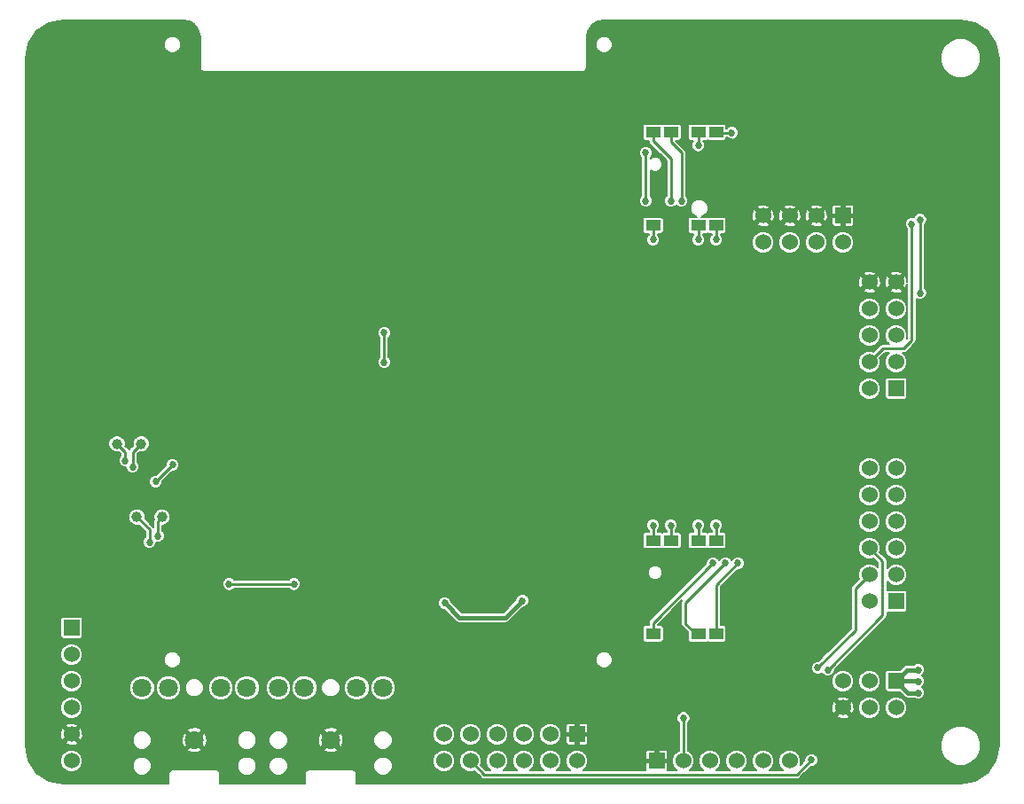
<source format=gbl>
G04 (created by PCBNEW (2013-mar-13)-testing) date Wed 03 Jul 2013 03:21:25 PM PDT*
%MOIN*%
G04 Gerber Fmt 3.4, Leading zero omitted, Abs format*
%FSLAX34Y34*%
G01*
G70*
G90*
G04 APERTURE LIST*
%ADD10C,0.008000*%
%ADD11R,0.055118X0.039370*%
%ADD12C,0.070900*%
%ADD13C,0.039400*%
%ADD14R,0.060000X0.060000*%
%ADD15C,0.060000*%
%ADD16C,0.027000*%
%ADD17C,0.010000*%
%ADD18C,0.016000*%
G04 APERTURE END LIST*
G54D10*
G54D11*
X74921Y-44586D03*
X75590Y-44586D03*
X76614Y-44586D03*
X77283Y-44586D03*
X77283Y-48090D03*
X76614Y-48090D03*
X74921Y-48090D03*
X74921Y-29232D03*
X75590Y-29232D03*
X76614Y-29232D03*
X77283Y-29232D03*
X77283Y-32736D03*
X76614Y-32736D03*
X74921Y-32736D03*
G54D12*
X60826Y-50117D03*
X64764Y-50117D03*
X62795Y-52086D03*
X63779Y-50117D03*
X61811Y-50117D03*
X55708Y-50117D03*
X59646Y-50117D03*
X57677Y-52086D03*
X58661Y-50117D03*
X56693Y-50117D03*
G54D13*
X55669Y-40944D03*
X54763Y-40944D03*
X56456Y-43700D03*
X55511Y-43700D03*
G54D14*
X84055Y-38870D03*
G54D15*
X83055Y-38870D03*
X84055Y-37870D03*
X83055Y-37870D03*
X84055Y-36870D03*
X83055Y-36870D03*
X84055Y-35870D03*
X83055Y-35870D03*
X84055Y-34870D03*
X83055Y-34870D03*
G54D14*
X82055Y-32370D03*
G54D15*
X82055Y-33370D03*
X81055Y-32370D03*
X81055Y-33370D03*
X80055Y-32370D03*
X80055Y-33370D03*
X79055Y-32370D03*
X79055Y-33370D03*
G54D14*
X84055Y-46870D03*
G54D15*
X83055Y-46870D03*
X84055Y-45870D03*
X83055Y-45870D03*
X84055Y-44870D03*
X83055Y-44870D03*
X84055Y-43870D03*
X83055Y-43870D03*
X84055Y-42870D03*
X83055Y-42870D03*
X84055Y-41870D03*
X83055Y-41870D03*
G54D14*
X84055Y-49870D03*
G54D15*
X84055Y-50870D03*
X83055Y-49870D03*
X83055Y-50870D03*
X82055Y-49870D03*
X82055Y-50870D03*
G54D14*
X75055Y-52870D03*
G54D15*
X76055Y-52870D03*
X77055Y-52870D03*
X78055Y-52870D03*
X79055Y-52870D03*
X80055Y-52870D03*
G54D14*
X72055Y-51870D03*
G54D15*
X72055Y-52870D03*
X71055Y-51870D03*
X71055Y-52870D03*
X70055Y-51870D03*
X70055Y-52870D03*
X69055Y-51870D03*
X69055Y-52870D03*
X68055Y-51870D03*
X68055Y-52870D03*
X67055Y-51870D03*
X67055Y-52870D03*
G54D14*
X53055Y-47870D03*
G54D15*
X53055Y-48870D03*
X53055Y-49870D03*
X53055Y-50870D03*
X53055Y-51870D03*
X53055Y-52870D03*
G54D16*
X84960Y-32519D03*
X84960Y-35275D03*
X77874Y-29251D03*
X77283Y-44015D03*
X84645Y-32677D03*
X76614Y-29724D03*
X76614Y-44015D03*
X76062Y-51259D03*
X56850Y-41732D03*
X56220Y-42362D03*
X74645Y-30000D03*
X74645Y-31811D03*
X80866Y-52834D03*
X64803Y-36771D03*
X64803Y-37874D03*
X58976Y-46220D03*
X61417Y-46220D03*
X81102Y-49370D03*
X81496Y-49448D03*
X67086Y-46929D03*
X70000Y-46850D03*
X84881Y-49881D03*
X84881Y-50314D03*
X84881Y-49448D03*
X76929Y-38503D03*
X67637Y-46929D03*
X69212Y-37559D03*
X68188Y-50551D03*
X71811Y-34015D03*
X71811Y-34645D03*
X71811Y-35275D03*
X71811Y-35905D03*
X62913Y-36771D03*
X59448Y-36299D03*
X68818Y-36220D03*
X61338Y-37874D03*
X67244Y-36614D03*
X65196Y-36771D03*
X77362Y-41338D03*
X76732Y-40826D03*
X76259Y-40826D03*
X75157Y-41338D03*
X60157Y-40314D03*
X58582Y-40314D03*
X56929Y-45196D03*
X56929Y-44566D03*
X58582Y-43700D03*
X65984Y-50314D03*
X81417Y-39055D03*
X82992Y-40000D03*
X54488Y-43700D03*
X53858Y-45196D03*
X53858Y-44566D03*
X53622Y-39527D03*
X54094Y-40629D03*
X55275Y-39527D03*
X55275Y-40157D03*
X67125Y-45354D03*
X70275Y-49803D03*
X70275Y-47519D03*
X75787Y-40826D03*
X76181Y-42637D03*
X81496Y-36141D03*
X77874Y-38503D03*
X77874Y-35905D03*
X55748Y-41811D03*
X55039Y-48661D03*
X55039Y-48031D03*
X63543Y-48661D03*
X62047Y-48661D03*
X77283Y-33267D03*
X78110Y-45433D03*
X56299Y-44409D03*
X75590Y-44015D03*
X77637Y-45433D03*
X74921Y-44015D03*
X74921Y-33267D03*
X77165Y-45433D03*
X75590Y-31811D03*
X55354Y-41811D03*
X75984Y-31811D03*
X76614Y-33267D03*
X55078Y-41574D03*
X55984Y-44645D03*
G54D17*
X84960Y-35275D02*
X84960Y-32519D01*
X77874Y-29251D02*
X77303Y-29251D01*
X77303Y-29251D02*
X77283Y-29232D01*
X77283Y-44015D02*
X77283Y-44586D01*
X84330Y-37362D02*
X84645Y-37047D01*
X84645Y-37047D02*
X84645Y-32677D01*
X83055Y-37870D02*
X83562Y-37362D01*
X76614Y-29724D02*
X76614Y-29232D01*
X83562Y-37362D02*
X84330Y-37362D01*
X76614Y-44015D02*
X76614Y-44586D01*
X76062Y-51259D02*
X76055Y-51267D01*
X76055Y-52870D02*
X76055Y-51267D01*
X56850Y-41732D02*
X56220Y-42362D01*
X74645Y-30000D02*
X74645Y-31811D01*
X68570Y-53385D02*
X68055Y-52870D01*
X80314Y-53385D02*
X80866Y-52834D01*
X68570Y-53385D02*
X80314Y-53385D01*
X64803Y-37874D02*
X64803Y-36771D01*
X58976Y-46220D02*
X61417Y-46220D01*
X82519Y-46405D02*
X83055Y-45870D01*
X82519Y-47952D02*
X82519Y-46405D01*
X81102Y-49370D02*
X82519Y-47952D01*
X81496Y-49448D02*
X83543Y-47401D01*
X83543Y-47401D02*
X83543Y-45358D01*
X83543Y-45358D02*
X83055Y-44870D01*
G54D18*
X67086Y-46929D02*
X67637Y-47480D01*
X67637Y-47480D02*
X69370Y-47480D01*
X69370Y-47480D02*
X70000Y-46850D01*
X84055Y-49870D02*
X84870Y-49870D01*
X84870Y-49870D02*
X84881Y-49881D01*
X84055Y-49870D02*
X84500Y-50314D01*
X84500Y-50314D02*
X84881Y-50314D01*
X84055Y-49870D02*
X84476Y-49448D01*
X84476Y-49448D02*
X84881Y-49448D01*
G54D17*
X77283Y-33267D02*
X77283Y-32736D01*
X77283Y-48090D02*
X77283Y-46259D01*
X77283Y-46259D02*
X78110Y-45433D01*
X56299Y-43858D02*
X56456Y-43700D01*
X56299Y-44409D02*
X56299Y-43858D01*
X75590Y-44015D02*
X75590Y-44586D01*
X76614Y-48090D02*
X76515Y-48090D01*
X76141Y-46929D02*
X77637Y-45433D01*
X76141Y-47716D02*
X76141Y-46929D01*
X76515Y-48090D02*
X76141Y-47716D01*
X76555Y-48031D02*
X76614Y-48090D01*
X74921Y-44015D02*
X74921Y-44586D01*
X74921Y-33267D02*
X74921Y-32736D01*
X74921Y-48090D02*
X74921Y-47677D01*
X74921Y-47677D02*
X77165Y-45433D01*
X74921Y-29232D02*
X74921Y-29566D01*
X75590Y-30236D02*
X75590Y-31811D01*
X74921Y-29566D02*
X75590Y-30236D01*
X55354Y-41259D02*
X55669Y-40944D01*
X55354Y-41811D02*
X55354Y-41259D01*
X75590Y-29232D02*
X75590Y-29606D01*
X75984Y-30000D02*
X75984Y-31811D01*
X75590Y-29606D02*
X75984Y-30000D01*
X76614Y-33267D02*
X76614Y-32736D01*
X55078Y-41259D02*
X54763Y-40944D01*
X55078Y-41574D02*
X55078Y-41259D01*
X55984Y-44173D02*
X55511Y-43700D01*
X55984Y-44645D02*
X55984Y-44173D01*
G54D10*
G36*
X87915Y-52281D02*
X87803Y-52843D01*
X87493Y-53307D01*
X87230Y-53483D01*
X87230Y-52146D01*
X87230Y-26296D01*
X87116Y-26020D01*
X86905Y-25809D01*
X86630Y-25695D01*
X86331Y-25694D01*
X86056Y-25808D01*
X85844Y-26019D01*
X85730Y-26295D01*
X85730Y-26593D01*
X85844Y-26869D01*
X86054Y-27080D01*
X86330Y-27194D01*
X86628Y-27195D01*
X86904Y-27081D01*
X87115Y-26870D01*
X87230Y-26594D01*
X87230Y-26296D01*
X87230Y-52146D01*
X87116Y-51870D01*
X86905Y-51659D01*
X86630Y-51545D01*
X86331Y-51545D01*
X86056Y-51659D01*
X85844Y-51869D01*
X85730Y-52145D01*
X85730Y-52443D01*
X85844Y-52719D01*
X86054Y-52930D01*
X86330Y-53045D01*
X86628Y-53045D01*
X86904Y-52931D01*
X87115Y-52720D01*
X87230Y-52445D01*
X87230Y-52146D01*
X87230Y-53483D01*
X87028Y-53618D01*
X86465Y-53730D01*
X85215Y-53730D01*
X85215Y-35225D01*
X85176Y-35131D01*
X85130Y-35084D01*
X85130Y-32710D01*
X85176Y-32664D01*
X85215Y-32570D01*
X85215Y-32469D01*
X85176Y-32375D01*
X85105Y-32303D01*
X85011Y-32264D01*
X84910Y-32264D01*
X84816Y-32303D01*
X84744Y-32375D01*
X84720Y-32432D01*
X84696Y-32422D01*
X84595Y-32422D01*
X84501Y-32460D01*
X84429Y-32532D01*
X84390Y-32626D01*
X84390Y-32727D01*
X84429Y-32821D01*
X84475Y-32867D01*
X84475Y-34854D01*
X84464Y-34744D01*
X84433Y-34669D01*
X84375Y-34634D01*
X84291Y-34718D01*
X84291Y-34549D01*
X84255Y-34491D01*
X84095Y-34443D01*
X83929Y-34460D01*
X83854Y-34491D01*
X83819Y-34549D01*
X84055Y-34785D01*
X84291Y-34549D01*
X84291Y-34718D01*
X84139Y-34870D01*
X84375Y-35106D01*
X84433Y-35070D01*
X84475Y-34929D01*
X84475Y-36976D01*
X84458Y-36994D01*
X84475Y-36953D01*
X84475Y-36786D01*
X84475Y-35786D01*
X84411Y-35632D01*
X84293Y-35514D01*
X84291Y-35513D01*
X84291Y-35190D01*
X84055Y-34954D01*
X83970Y-35039D01*
X83970Y-34870D01*
X83734Y-34634D01*
X83676Y-34669D01*
X83628Y-34829D01*
X83645Y-34995D01*
X83676Y-35070D01*
X83734Y-35106D01*
X83970Y-34870D01*
X83970Y-35039D01*
X83819Y-35190D01*
X83854Y-35248D01*
X84014Y-35296D01*
X84180Y-35279D01*
X84255Y-35248D01*
X84291Y-35190D01*
X84291Y-35513D01*
X84139Y-35450D01*
X83971Y-35450D01*
X83817Y-35513D01*
X83699Y-35631D01*
X83635Y-35786D01*
X83635Y-35953D01*
X83698Y-36107D01*
X83816Y-36225D01*
X83971Y-36290D01*
X84138Y-36290D01*
X84292Y-36226D01*
X84410Y-36108D01*
X84475Y-35953D01*
X84475Y-35786D01*
X84475Y-36786D01*
X84411Y-36632D01*
X84293Y-36514D01*
X84139Y-36450D01*
X83971Y-36450D01*
X83817Y-36513D01*
X83699Y-36631D01*
X83635Y-36786D01*
X83635Y-36953D01*
X83698Y-37107D01*
X83783Y-37192D01*
X83562Y-37192D01*
X83497Y-37205D01*
X83481Y-37216D01*
X83481Y-34910D01*
X83464Y-34744D01*
X83433Y-34669D01*
X83375Y-34634D01*
X83291Y-34718D01*
X83291Y-34549D01*
X83255Y-34491D01*
X83095Y-34443D01*
X82929Y-34460D01*
X82854Y-34491D01*
X82819Y-34549D01*
X83055Y-34785D01*
X83291Y-34549D01*
X83291Y-34718D01*
X83139Y-34870D01*
X83375Y-35106D01*
X83433Y-35070D01*
X83481Y-34910D01*
X83481Y-37216D01*
X83475Y-37220D01*
X83475Y-36786D01*
X83475Y-35786D01*
X83411Y-35632D01*
X83293Y-35514D01*
X83291Y-35513D01*
X83291Y-35190D01*
X83055Y-34954D01*
X82970Y-35039D01*
X82970Y-34870D01*
X82734Y-34634D01*
X82676Y-34669D01*
X82628Y-34829D01*
X82645Y-34995D01*
X82676Y-35070D01*
X82734Y-35106D01*
X82970Y-34870D01*
X82970Y-35039D01*
X82819Y-35190D01*
X82854Y-35248D01*
X83014Y-35296D01*
X83180Y-35279D01*
X83255Y-35248D01*
X83291Y-35190D01*
X83291Y-35513D01*
X83139Y-35450D01*
X82971Y-35450D01*
X82817Y-35513D01*
X82699Y-35631D01*
X82635Y-35786D01*
X82635Y-35953D01*
X82698Y-36107D01*
X82816Y-36225D01*
X82971Y-36290D01*
X83138Y-36290D01*
X83292Y-36226D01*
X83410Y-36108D01*
X83475Y-35953D01*
X83475Y-35786D01*
X83475Y-36786D01*
X83411Y-36632D01*
X83293Y-36514D01*
X83139Y-36450D01*
X82971Y-36450D01*
X82817Y-36513D01*
X82699Y-36631D01*
X82635Y-36786D01*
X82635Y-36953D01*
X82698Y-37107D01*
X82816Y-37225D01*
X82971Y-37290D01*
X83138Y-37290D01*
X83292Y-37226D01*
X83410Y-37108D01*
X83475Y-36953D01*
X83475Y-36786D01*
X83475Y-37220D01*
X83442Y-37241D01*
X83442Y-37241D01*
X83206Y-37478D01*
X83139Y-37450D01*
X82971Y-37450D01*
X82817Y-37513D01*
X82699Y-37631D01*
X82635Y-37786D01*
X82635Y-37953D01*
X82698Y-38107D01*
X82816Y-38225D01*
X82971Y-38290D01*
X83138Y-38290D01*
X83292Y-38226D01*
X83410Y-38108D01*
X83475Y-37953D01*
X83475Y-37786D01*
X83446Y-37718D01*
X83633Y-37532D01*
X83799Y-37532D01*
X83699Y-37631D01*
X83635Y-37786D01*
X83635Y-37953D01*
X83698Y-38107D01*
X83816Y-38225D01*
X83971Y-38290D01*
X84138Y-38290D01*
X84292Y-38226D01*
X84410Y-38108D01*
X84475Y-37953D01*
X84475Y-37786D01*
X84411Y-37632D01*
X84311Y-37532D01*
X84330Y-37532D01*
X84395Y-37519D01*
X84395Y-37519D01*
X84450Y-37482D01*
X84765Y-37167D01*
X84802Y-37112D01*
X84802Y-37112D01*
X84804Y-37101D01*
X84815Y-37047D01*
X84815Y-37047D01*
X84815Y-37047D01*
X84815Y-35491D01*
X84815Y-35491D01*
X84909Y-35530D01*
X85011Y-35530D01*
X85104Y-35491D01*
X85176Y-35420D01*
X85215Y-35326D01*
X85215Y-35225D01*
X85215Y-53730D01*
X85136Y-53730D01*
X85136Y-50264D01*
X85098Y-50170D01*
X85026Y-50098D01*
X85025Y-50098D01*
X85026Y-50098D01*
X85097Y-50026D01*
X85136Y-49932D01*
X85136Y-49831D01*
X85098Y-49737D01*
X85026Y-49665D01*
X85025Y-49665D01*
X85026Y-49665D01*
X85097Y-49593D01*
X85136Y-49499D01*
X85136Y-49398D01*
X85098Y-49304D01*
X85026Y-49232D01*
X84932Y-49193D01*
X84831Y-49193D01*
X84737Y-49232D01*
X84721Y-49248D01*
X84476Y-49248D01*
X84475Y-49249D01*
X84475Y-45786D01*
X84475Y-44786D01*
X84475Y-43786D01*
X84475Y-42786D01*
X84475Y-41786D01*
X84475Y-41786D01*
X84475Y-39193D01*
X84475Y-39146D01*
X84475Y-38546D01*
X84456Y-38502D01*
X84423Y-38468D01*
X84378Y-38450D01*
X84331Y-38450D01*
X83731Y-38450D01*
X83687Y-38468D01*
X83653Y-38502D01*
X83635Y-38546D01*
X83635Y-38593D01*
X83635Y-39193D01*
X83653Y-39238D01*
X83687Y-39271D01*
X83731Y-39290D01*
X83778Y-39290D01*
X84378Y-39290D01*
X84423Y-39271D01*
X84456Y-39238D01*
X84475Y-39193D01*
X84475Y-41786D01*
X84411Y-41632D01*
X84293Y-41514D01*
X84139Y-41450D01*
X83971Y-41450D01*
X83817Y-41513D01*
X83699Y-41631D01*
X83635Y-41786D01*
X83635Y-41953D01*
X83698Y-42107D01*
X83816Y-42225D01*
X83971Y-42290D01*
X84138Y-42290D01*
X84292Y-42226D01*
X84410Y-42108D01*
X84475Y-41953D01*
X84475Y-41786D01*
X84475Y-42786D01*
X84411Y-42632D01*
X84293Y-42514D01*
X84139Y-42450D01*
X83971Y-42450D01*
X83817Y-42513D01*
X83699Y-42631D01*
X83635Y-42786D01*
X83635Y-42953D01*
X83698Y-43107D01*
X83816Y-43225D01*
X83971Y-43290D01*
X84138Y-43290D01*
X84292Y-43226D01*
X84410Y-43108D01*
X84475Y-42953D01*
X84475Y-42786D01*
X84475Y-43786D01*
X84411Y-43632D01*
X84293Y-43514D01*
X84139Y-43450D01*
X83971Y-43450D01*
X83817Y-43513D01*
X83699Y-43631D01*
X83635Y-43786D01*
X83635Y-43953D01*
X83698Y-44107D01*
X83816Y-44225D01*
X83971Y-44290D01*
X84138Y-44290D01*
X84292Y-44226D01*
X84410Y-44108D01*
X84475Y-43953D01*
X84475Y-43786D01*
X84475Y-44786D01*
X84411Y-44632D01*
X84293Y-44514D01*
X84139Y-44450D01*
X83971Y-44450D01*
X83817Y-44513D01*
X83699Y-44631D01*
X83635Y-44786D01*
X83635Y-44953D01*
X83698Y-45107D01*
X83816Y-45225D01*
X83971Y-45290D01*
X84138Y-45290D01*
X84292Y-45226D01*
X84410Y-45108D01*
X84475Y-44953D01*
X84475Y-44786D01*
X84475Y-45786D01*
X84411Y-45632D01*
X84293Y-45514D01*
X84139Y-45450D01*
X83971Y-45450D01*
X83817Y-45513D01*
X83713Y-45617D01*
X83713Y-45358D01*
X83713Y-45358D01*
X83713Y-45358D01*
X83702Y-45304D01*
X83700Y-45293D01*
X83700Y-45293D01*
X83663Y-45238D01*
X83446Y-45021D01*
X83475Y-44953D01*
X83475Y-44786D01*
X83475Y-43786D01*
X83475Y-42786D01*
X83475Y-41786D01*
X83475Y-38786D01*
X83411Y-38632D01*
X83293Y-38514D01*
X83139Y-38450D01*
X82971Y-38450D01*
X82817Y-38513D01*
X82699Y-38631D01*
X82635Y-38786D01*
X82635Y-38953D01*
X82698Y-39107D01*
X82816Y-39225D01*
X82971Y-39290D01*
X83138Y-39290D01*
X83292Y-39226D01*
X83410Y-39108D01*
X83475Y-38953D01*
X83475Y-38786D01*
X83475Y-41786D01*
X83411Y-41632D01*
X83293Y-41514D01*
X83139Y-41450D01*
X82971Y-41450D01*
X82817Y-41513D01*
X82699Y-41631D01*
X82635Y-41786D01*
X82635Y-41953D01*
X82698Y-42107D01*
X82816Y-42225D01*
X82971Y-42290D01*
X83138Y-42290D01*
X83292Y-42226D01*
X83410Y-42108D01*
X83475Y-41953D01*
X83475Y-41786D01*
X83475Y-42786D01*
X83411Y-42632D01*
X83293Y-42514D01*
X83139Y-42450D01*
X82971Y-42450D01*
X82817Y-42513D01*
X82699Y-42631D01*
X82635Y-42786D01*
X82635Y-42953D01*
X82698Y-43107D01*
X82816Y-43225D01*
X82971Y-43290D01*
X83138Y-43290D01*
X83292Y-43226D01*
X83410Y-43108D01*
X83475Y-42953D01*
X83475Y-42786D01*
X83475Y-43786D01*
X83411Y-43632D01*
X83293Y-43514D01*
X83139Y-43450D01*
X82971Y-43450D01*
X82817Y-43513D01*
X82699Y-43631D01*
X82635Y-43786D01*
X82635Y-43953D01*
X82698Y-44107D01*
X82816Y-44225D01*
X82971Y-44290D01*
X83138Y-44290D01*
X83292Y-44226D01*
X83410Y-44108D01*
X83475Y-43953D01*
X83475Y-43786D01*
X83475Y-44786D01*
X83411Y-44632D01*
X83293Y-44514D01*
X83139Y-44450D01*
X82971Y-44450D01*
X82817Y-44513D01*
X82699Y-44631D01*
X82635Y-44786D01*
X82635Y-44953D01*
X82698Y-45107D01*
X82816Y-45225D01*
X82971Y-45290D01*
X83138Y-45290D01*
X83206Y-45261D01*
X83373Y-45428D01*
X83373Y-45594D01*
X83293Y-45514D01*
X83139Y-45450D01*
X82971Y-45450D01*
X82817Y-45513D01*
X82699Y-45631D01*
X82635Y-45786D01*
X82635Y-45953D01*
X82663Y-46021D01*
X82475Y-46209D01*
X82475Y-33286D01*
X82475Y-33286D01*
X82475Y-32693D01*
X82475Y-32646D01*
X82475Y-32460D01*
X82475Y-32280D01*
X82475Y-32093D01*
X82475Y-32046D01*
X82456Y-32002D01*
X82423Y-31968D01*
X82378Y-31950D01*
X82145Y-31950D01*
X82115Y-31980D01*
X82115Y-32310D01*
X82445Y-32310D01*
X82475Y-32280D01*
X82475Y-32460D01*
X82445Y-32430D01*
X82115Y-32430D01*
X82115Y-32760D01*
X82145Y-32790D01*
X82378Y-32790D01*
X82423Y-32771D01*
X82456Y-32738D01*
X82475Y-32693D01*
X82475Y-33286D01*
X82411Y-33132D01*
X82293Y-33014D01*
X82139Y-32950D01*
X81995Y-32950D01*
X81995Y-32760D01*
X81995Y-32430D01*
X81995Y-32310D01*
X81995Y-31980D01*
X81965Y-31950D01*
X81731Y-31950D01*
X81687Y-31968D01*
X81653Y-32002D01*
X81635Y-32046D01*
X81635Y-32093D01*
X81635Y-32280D01*
X81665Y-32310D01*
X81995Y-32310D01*
X81995Y-32430D01*
X81665Y-32430D01*
X81635Y-32460D01*
X81635Y-32646D01*
X81635Y-32693D01*
X81653Y-32738D01*
X81687Y-32771D01*
X81731Y-32790D01*
X81965Y-32790D01*
X81995Y-32760D01*
X81995Y-32950D01*
X81971Y-32950D01*
X81817Y-33013D01*
X81699Y-33131D01*
X81635Y-33286D01*
X81635Y-33453D01*
X81698Y-33607D01*
X81816Y-33725D01*
X81971Y-33790D01*
X82138Y-33790D01*
X82292Y-33726D01*
X82410Y-33608D01*
X82475Y-33453D01*
X82475Y-33286D01*
X82475Y-46209D01*
X82399Y-46285D01*
X82362Y-46340D01*
X82349Y-46405D01*
X82349Y-47882D01*
X81481Y-48750D01*
X81481Y-32410D01*
X81464Y-32244D01*
X81433Y-32169D01*
X81375Y-32134D01*
X81291Y-32218D01*
X81291Y-32049D01*
X81255Y-31991D01*
X81095Y-31943D01*
X80929Y-31960D01*
X80854Y-31991D01*
X80819Y-32049D01*
X81055Y-32285D01*
X81291Y-32049D01*
X81291Y-32218D01*
X81139Y-32370D01*
X81375Y-32606D01*
X81433Y-32570D01*
X81481Y-32410D01*
X81481Y-48750D01*
X81475Y-48756D01*
X81475Y-33286D01*
X81411Y-33132D01*
X81293Y-33014D01*
X81291Y-33013D01*
X81291Y-32690D01*
X81055Y-32454D01*
X80970Y-32539D01*
X80970Y-32370D01*
X80734Y-32134D01*
X80676Y-32169D01*
X80628Y-32329D01*
X80645Y-32495D01*
X80676Y-32570D01*
X80734Y-32606D01*
X80970Y-32370D01*
X80970Y-32539D01*
X80819Y-32690D01*
X80854Y-32748D01*
X81014Y-32796D01*
X81180Y-32779D01*
X81255Y-32748D01*
X81291Y-32690D01*
X81291Y-33013D01*
X81139Y-32950D01*
X80971Y-32950D01*
X80817Y-33013D01*
X80699Y-33131D01*
X80635Y-33286D01*
X80635Y-33453D01*
X80698Y-33607D01*
X80816Y-33725D01*
X80971Y-33790D01*
X81138Y-33790D01*
X81292Y-33726D01*
X81410Y-33608D01*
X81475Y-33453D01*
X81475Y-33286D01*
X81475Y-48756D01*
X81116Y-49115D01*
X81051Y-49115D01*
X80958Y-49153D01*
X80886Y-49225D01*
X80847Y-49319D01*
X80847Y-49420D01*
X80886Y-49514D01*
X80957Y-49586D01*
X81051Y-49625D01*
X81152Y-49625D01*
X81246Y-49586D01*
X81268Y-49564D01*
X81279Y-49593D01*
X81351Y-49664D01*
X81445Y-49703D01*
X81546Y-49703D01*
X81640Y-49665D01*
X81712Y-49593D01*
X81751Y-49499D01*
X81751Y-49434D01*
X83663Y-47521D01*
X83663Y-47521D01*
X83663Y-47521D01*
X83688Y-47484D01*
X83700Y-47466D01*
X83700Y-47466D01*
X83713Y-47401D01*
X83713Y-47401D01*
X83713Y-47401D01*
X83713Y-47282D01*
X83731Y-47290D01*
X83778Y-47290D01*
X84378Y-47290D01*
X84423Y-47271D01*
X84456Y-47238D01*
X84475Y-47193D01*
X84475Y-47146D01*
X84475Y-46546D01*
X84456Y-46502D01*
X84423Y-46468D01*
X84378Y-46450D01*
X84331Y-46450D01*
X83731Y-46450D01*
X83713Y-46457D01*
X83713Y-46122D01*
X83816Y-46225D01*
X83971Y-46290D01*
X84138Y-46290D01*
X84292Y-46226D01*
X84410Y-46108D01*
X84475Y-45953D01*
X84475Y-45786D01*
X84475Y-49249D01*
X84399Y-49264D01*
X84334Y-49307D01*
X84192Y-49450D01*
X83731Y-49450D01*
X83687Y-49468D01*
X83653Y-49502D01*
X83635Y-49546D01*
X83635Y-49593D01*
X83635Y-50193D01*
X83653Y-50238D01*
X83687Y-50271D01*
X83731Y-50290D01*
X83778Y-50290D01*
X84192Y-50290D01*
X84358Y-50456D01*
X84423Y-50499D01*
X84423Y-50499D01*
X84436Y-50502D01*
X84500Y-50514D01*
X84721Y-50514D01*
X84737Y-50531D01*
X84830Y-50569D01*
X84932Y-50570D01*
X85026Y-50531D01*
X85097Y-50459D01*
X85136Y-50365D01*
X85136Y-50264D01*
X85136Y-53730D01*
X84475Y-53730D01*
X84475Y-50786D01*
X84411Y-50632D01*
X84293Y-50514D01*
X84139Y-50450D01*
X83971Y-50450D01*
X83817Y-50513D01*
X83699Y-50631D01*
X83635Y-50786D01*
X83635Y-50953D01*
X83698Y-51107D01*
X83816Y-51225D01*
X83971Y-51290D01*
X84138Y-51290D01*
X84292Y-51226D01*
X84410Y-51108D01*
X84475Y-50953D01*
X84475Y-50786D01*
X84475Y-53730D01*
X83475Y-53730D01*
X83475Y-50786D01*
X83475Y-49786D01*
X83411Y-49632D01*
X83293Y-49514D01*
X83139Y-49450D01*
X82971Y-49450D01*
X82817Y-49513D01*
X82699Y-49631D01*
X82635Y-49786D01*
X82635Y-49953D01*
X82698Y-50107D01*
X82816Y-50225D01*
X82971Y-50290D01*
X83138Y-50290D01*
X83292Y-50226D01*
X83410Y-50108D01*
X83475Y-49953D01*
X83475Y-49786D01*
X83475Y-50786D01*
X83411Y-50632D01*
X83293Y-50514D01*
X83139Y-50450D01*
X82971Y-50450D01*
X82817Y-50513D01*
X82699Y-50631D01*
X82635Y-50786D01*
X82635Y-50953D01*
X82698Y-51107D01*
X82816Y-51225D01*
X82971Y-51290D01*
X83138Y-51290D01*
X83292Y-51226D01*
X83410Y-51108D01*
X83475Y-50953D01*
X83475Y-50786D01*
X83475Y-53730D01*
X82481Y-53730D01*
X82481Y-50910D01*
X82475Y-50849D01*
X82475Y-49786D01*
X82411Y-49632D01*
X82293Y-49514D01*
X82139Y-49450D01*
X81971Y-49450D01*
X81817Y-49513D01*
X81699Y-49631D01*
X81635Y-49786D01*
X81635Y-49953D01*
X81698Y-50107D01*
X81816Y-50225D01*
X81971Y-50290D01*
X82138Y-50290D01*
X82292Y-50226D01*
X82410Y-50108D01*
X82475Y-49953D01*
X82475Y-49786D01*
X82475Y-50849D01*
X82464Y-50744D01*
X82433Y-50669D01*
X82375Y-50634D01*
X82291Y-50718D01*
X82291Y-50549D01*
X82255Y-50491D01*
X82095Y-50443D01*
X81929Y-50460D01*
X81854Y-50491D01*
X81819Y-50549D01*
X82055Y-50785D01*
X82291Y-50549D01*
X82291Y-50718D01*
X82139Y-50870D01*
X82375Y-51106D01*
X82433Y-51070D01*
X82481Y-50910D01*
X82481Y-53730D01*
X82291Y-53730D01*
X82291Y-51190D01*
X82055Y-50954D01*
X81970Y-51039D01*
X81970Y-50870D01*
X81734Y-50634D01*
X81676Y-50669D01*
X81628Y-50829D01*
X81645Y-50995D01*
X81676Y-51070D01*
X81734Y-51106D01*
X81970Y-50870D01*
X81970Y-51039D01*
X81819Y-51190D01*
X81854Y-51248D01*
X82014Y-51296D01*
X82180Y-51279D01*
X82255Y-51248D01*
X82291Y-51190D01*
X82291Y-53730D01*
X81121Y-53730D01*
X81121Y-52784D01*
X81082Y-52690D01*
X81010Y-52618D01*
X80917Y-52579D01*
X80815Y-52579D01*
X80721Y-52618D01*
X80650Y-52690D01*
X80611Y-52783D01*
X80611Y-52849D01*
X80481Y-52978D01*
X80481Y-32410D01*
X80464Y-32244D01*
X80433Y-32169D01*
X80375Y-32134D01*
X80291Y-32218D01*
X80291Y-32049D01*
X80255Y-31991D01*
X80095Y-31943D01*
X79929Y-31960D01*
X79854Y-31991D01*
X79819Y-32049D01*
X80055Y-32285D01*
X80291Y-32049D01*
X80291Y-32218D01*
X80139Y-32370D01*
X80375Y-32606D01*
X80433Y-32570D01*
X80481Y-32410D01*
X80481Y-52978D01*
X80452Y-53007D01*
X80475Y-52953D01*
X80475Y-52786D01*
X80475Y-33286D01*
X80411Y-33132D01*
X80293Y-33014D01*
X80291Y-33013D01*
X80291Y-32690D01*
X80055Y-32454D01*
X79970Y-32539D01*
X79970Y-32370D01*
X79734Y-32134D01*
X79676Y-32169D01*
X79628Y-32329D01*
X79645Y-32495D01*
X79676Y-32570D01*
X79734Y-32606D01*
X79970Y-32370D01*
X79970Y-32539D01*
X79819Y-32690D01*
X79854Y-32748D01*
X80014Y-32796D01*
X80180Y-32779D01*
X80255Y-32748D01*
X80291Y-32690D01*
X80291Y-33013D01*
X80139Y-32950D01*
X79971Y-32950D01*
X79817Y-33013D01*
X79699Y-33131D01*
X79635Y-33286D01*
X79635Y-33453D01*
X79698Y-33607D01*
X79816Y-33725D01*
X79971Y-33790D01*
X80138Y-33790D01*
X80292Y-33726D01*
X80410Y-33608D01*
X80475Y-33453D01*
X80475Y-33286D01*
X80475Y-52786D01*
X80411Y-52632D01*
X80293Y-52514D01*
X80139Y-52450D01*
X79971Y-52450D01*
X79817Y-52513D01*
X79699Y-52631D01*
X79635Y-52786D01*
X79635Y-52953D01*
X79698Y-53107D01*
X79806Y-53215D01*
X79481Y-53215D01*
X79481Y-32410D01*
X79464Y-32244D01*
X79433Y-32169D01*
X79375Y-32134D01*
X79291Y-32218D01*
X79291Y-32049D01*
X79255Y-31991D01*
X79095Y-31943D01*
X78929Y-31960D01*
X78854Y-31991D01*
X78819Y-32049D01*
X79055Y-32285D01*
X79291Y-32049D01*
X79291Y-32218D01*
X79139Y-32370D01*
X79375Y-32606D01*
X79433Y-32570D01*
X79481Y-32410D01*
X79481Y-53215D01*
X79303Y-53215D01*
X79410Y-53108D01*
X79475Y-52953D01*
X79475Y-52786D01*
X79475Y-33286D01*
X79411Y-33132D01*
X79293Y-33014D01*
X79291Y-33013D01*
X79291Y-32690D01*
X79055Y-32454D01*
X78970Y-32539D01*
X78970Y-32370D01*
X78734Y-32134D01*
X78676Y-32169D01*
X78628Y-32329D01*
X78645Y-32495D01*
X78676Y-32570D01*
X78734Y-32606D01*
X78970Y-32370D01*
X78970Y-32539D01*
X78819Y-32690D01*
X78854Y-32748D01*
X79014Y-32796D01*
X79180Y-32779D01*
X79255Y-32748D01*
X79291Y-32690D01*
X79291Y-33013D01*
X79139Y-32950D01*
X78971Y-32950D01*
X78817Y-33013D01*
X78699Y-33131D01*
X78635Y-33286D01*
X78635Y-33453D01*
X78698Y-33607D01*
X78816Y-33725D01*
X78971Y-33790D01*
X79138Y-33790D01*
X79292Y-33726D01*
X79410Y-33608D01*
X79475Y-33453D01*
X79475Y-33286D01*
X79475Y-52786D01*
X79411Y-52632D01*
X79293Y-52514D01*
X79139Y-52450D01*
X78971Y-52450D01*
X78817Y-52513D01*
X78699Y-52631D01*
X78635Y-52786D01*
X78635Y-52953D01*
X78698Y-53107D01*
X78806Y-53215D01*
X78303Y-53215D01*
X78410Y-53108D01*
X78475Y-52953D01*
X78475Y-52786D01*
X78411Y-52632D01*
X78365Y-52586D01*
X78365Y-45382D01*
X78326Y-45288D01*
X78254Y-45217D01*
X78161Y-45178D01*
X78129Y-45178D01*
X78129Y-29201D01*
X78090Y-29107D01*
X78018Y-29035D01*
X77924Y-28997D01*
X77823Y-28996D01*
X77729Y-29035D01*
X77683Y-29081D01*
X77679Y-29081D01*
X77679Y-29011D01*
X77660Y-28967D01*
X77627Y-28933D01*
X77582Y-28915D01*
X77535Y-28915D01*
X76984Y-28915D01*
X76948Y-28930D01*
X76913Y-28915D01*
X76865Y-28915D01*
X76314Y-28915D01*
X76270Y-28933D01*
X76236Y-28967D01*
X76218Y-29011D01*
X76218Y-29059D01*
X76218Y-29453D01*
X76236Y-29497D01*
X76270Y-29530D01*
X76314Y-29549D01*
X76362Y-29549D01*
X76428Y-29549D01*
X76398Y-29579D01*
X76359Y-29673D01*
X76359Y-29774D01*
X76397Y-29868D01*
X76469Y-29940D01*
X76563Y-29979D01*
X76664Y-29979D01*
X76758Y-29940D01*
X76830Y-29869D01*
X76869Y-29775D01*
X76869Y-29673D01*
X76830Y-29580D01*
X76799Y-29549D01*
X76913Y-29549D01*
X76948Y-29534D01*
X76984Y-29549D01*
X77031Y-29549D01*
X77582Y-29549D01*
X77627Y-29530D01*
X77660Y-29497D01*
X77679Y-29453D01*
X77679Y-29421D01*
X77683Y-29421D01*
X77729Y-29468D01*
X77823Y-29506D01*
X77924Y-29507D01*
X78018Y-29468D01*
X78090Y-29396D01*
X78128Y-29302D01*
X78129Y-29201D01*
X78129Y-45178D01*
X78059Y-45178D01*
X77965Y-45216D01*
X77894Y-45288D01*
X77874Y-45337D01*
X77854Y-45288D01*
X77782Y-45217D01*
X77688Y-45178D01*
X77679Y-45178D01*
X77679Y-44807D01*
X77679Y-44759D01*
X77679Y-44365D01*
X77679Y-32956D01*
X77679Y-32909D01*
X77679Y-32515D01*
X77660Y-32471D01*
X77627Y-32437D01*
X77582Y-32419D01*
X77535Y-32419D01*
X76984Y-32419D01*
X76948Y-32433D01*
X76913Y-32419D01*
X76865Y-32419D01*
X76729Y-32419D01*
X76843Y-32372D01*
X76938Y-32277D01*
X76990Y-32153D01*
X76990Y-32019D01*
X76939Y-31896D01*
X76844Y-31801D01*
X76720Y-31750D01*
X76586Y-31750D01*
X76463Y-31801D01*
X76368Y-31895D01*
X76317Y-32019D01*
X76316Y-32153D01*
X76368Y-32276D01*
X76462Y-32371D01*
X76577Y-32419D01*
X76314Y-32419D01*
X76270Y-32437D01*
X76239Y-32468D01*
X76239Y-31760D01*
X76200Y-31666D01*
X76154Y-31620D01*
X76154Y-30000D01*
X76154Y-30000D01*
X76154Y-30000D01*
X76141Y-29934D01*
X76141Y-29934D01*
X76129Y-29916D01*
X76104Y-29879D01*
X76104Y-29879D01*
X76104Y-29879D01*
X75773Y-29549D01*
X75890Y-29549D01*
X75934Y-29530D01*
X75967Y-29497D01*
X75986Y-29453D01*
X75986Y-29405D01*
X75986Y-29011D01*
X75967Y-28967D01*
X75934Y-28933D01*
X75890Y-28915D01*
X75842Y-28915D01*
X75291Y-28915D01*
X75255Y-28930D01*
X75220Y-28915D01*
X75172Y-28915D01*
X74621Y-28915D01*
X74577Y-28933D01*
X74543Y-28967D01*
X74525Y-29011D01*
X74525Y-29059D01*
X74525Y-29453D01*
X74543Y-29497D01*
X74577Y-29530D01*
X74621Y-29549D01*
X74669Y-29549D01*
X74751Y-29549D01*
X74751Y-29566D01*
X74764Y-29631D01*
X74801Y-29687D01*
X75420Y-30306D01*
X75420Y-31620D01*
X75374Y-31666D01*
X75335Y-31760D01*
X75335Y-31861D01*
X75374Y-31955D01*
X75445Y-32027D01*
X75539Y-32065D01*
X75641Y-32066D01*
X75734Y-32027D01*
X75787Y-31974D01*
X75839Y-32027D01*
X75933Y-32065D01*
X76034Y-32066D01*
X76128Y-32027D01*
X76200Y-31955D01*
X76239Y-31861D01*
X76239Y-31760D01*
X76239Y-32468D01*
X76236Y-32471D01*
X76218Y-32515D01*
X76218Y-32563D01*
X76218Y-32956D01*
X76236Y-33001D01*
X76270Y-33034D01*
X76314Y-33053D01*
X76362Y-33053D01*
X76444Y-33053D01*
X76444Y-33077D01*
X76398Y-33123D01*
X76359Y-33216D01*
X76359Y-33318D01*
X76397Y-33411D01*
X76469Y-33483D01*
X76563Y-33522D01*
X76664Y-33522D01*
X76758Y-33484D01*
X76830Y-33412D01*
X76869Y-33318D01*
X76869Y-33217D01*
X76830Y-33123D01*
X76784Y-33077D01*
X76784Y-33053D01*
X76913Y-33053D01*
X76948Y-33038D01*
X76984Y-33053D01*
X77031Y-33053D01*
X77113Y-33053D01*
X77113Y-33077D01*
X77067Y-33123D01*
X77028Y-33216D01*
X77028Y-33318D01*
X77067Y-33411D01*
X77138Y-33483D01*
X77232Y-33522D01*
X77333Y-33522D01*
X77427Y-33484D01*
X77499Y-33412D01*
X77538Y-33318D01*
X77538Y-33217D01*
X77499Y-33123D01*
X77453Y-33077D01*
X77453Y-33053D01*
X77582Y-33053D01*
X77627Y-33034D01*
X77660Y-33001D01*
X77679Y-32956D01*
X77679Y-44365D01*
X77660Y-44321D01*
X77627Y-44288D01*
X77582Y-44269D01*
X77535Y-44269D01*
X77453Y-44269D01*
X77453Y-44206D01*
X77499Y-44160D01*
X77538Y-44066D01*
X77538Y-43965D01*
X77499Y-43871D01*
X77428Y-43799D01*
X77334Y-43760D01*
X77232Y-43760D01*
X77139Y-43799D01*
X77067Y-43871D01*
X77028Y-43964D01*
X77028Y-44066D01*
X77067Y-44160D01*
X77113Y-44206D01*
X77113Y-44269D01*
X76984Y-44269D01*
X76948Y-44284D01*
X76913Y-44269D01*
X76865Y-44269D01*
X76784Y-44269D01*
X76784Y-44206D01*
X76830Y-44160D01*
X76869Y-44066D01*
X76869Y-43965D01*
X76830Y-43871D01*
X76758Y-43799D01*
X76665Y-43760D01*
X76563Y-43760D01*
X76469Y-43799D01*
X76398Y-43871D01*
X76359Y-43964D01*
X76359Y-44066D01*
X76397Y-44160D01*
X76444Y-44206D01*
X76444Y-44269D01*
X76314Y-44269D01*
X76270Y-44288D01*
X76236Y-44321D01*
X76218Y-44365D01*
X76218Y-44413D01*
X76218Y-44807D01*
X76236Y-44851D01*
X76270Y-44885D01*
X76314Y-44903D01*
X76362Y-44903D01*
X76913Y-44903D01*
X76948Y-44888D01*
X76984Y-44903D01*
X77031Y-44903D01*
X77582Y-44903D01*
X77627Y-44885D01*
X77660Y-44851D01*
X77679Y-44807D01*
X77679Y-45178D01*
X77587Y-45178D01*
X77493Y-45216D01*
X77421Y-45288D01*
X77401Y-45337D01*
X77381Y-45288D01*
X77309Y-45217D01*
X77216Y-45178D01*
X77114Y-45178D01*
X77021Y-45216D01*
X76949Y-45288D01*
X76910Y-45382D01*
X76910Y-45447D01*
X75986Y-46371D01*
X75986Y-44807D01*
X75986Y-44759D01*
X75986Y-44365D01*
X75967Y-44321D01*
X75934Y-44288D01*
X75890Y-44269D01*
X75842Y-44269D01*
X75760Y-44269D01*
X75760Y-44206D01*
X75806Y-44160D01*
X75845Y-44066D01*
X75845Y-43965D01*
X75806Y-43871D01*
X75735Y-43799D01*
X75641Y-43760D01*
X75540Y-43760D01*
X75446Y-43799D01*
X75374Y-43871D01*
X75335Y-43964D01*
X75335Y-44066D01*
X75374Y-44160D01*
X75420Y-44206D01*
X75420Y-44269D01*
X75316Y-44269D01*
X75316Y-32956D01*
X75316Y-32909D01*
X75316Y-32515D01*
X75298Y-32471D01*
X75277Y-32450D01*
X75277Y-30378D01*
X75235Y-30276D01*
X75157Y-30197D01*
X75055Y-30155D01*
X74945Y-30155D01*
X74843Y-30197D01*
X74815Y-30225D01*
X74815Y-30190D01*
X74861Y-30144D01*
X74900Y-30050D01*
X74900Y-29949D01*
X74861Y-29855D01*
X74790Y-29783D01*
X74696Y-29745D01*
X74595Y-29744D01*
X74501Y-29783D01*
X74429Y-29855D01*
X74390Y-29949D01*
X74390Y-30050D01*
X74429Y-30144D01*
X74475Y-30190D01*
X74475Y-31620D01*
X74429Y-31666D01*
X74390Y-31760D01*
X74390Y-31861D01*
X74429Y-31955D01*
X74501Y-32027D01*
X74594Y-32065D01*
X74696Y-32066D01*
X74789Y-32027D01*
X74861Y-31955D01*
X74900Y-31861D01*
X74900Y-31760D01*
X74861Y-31666D01*
X74815Y-31620D01*
X74815Y-30641D01*
X74842Y-30668D01*
X74944Y-30710D01*
X75054Y-30710D01*
X75156Y-30668D01*
X75235Y-30590D01*
X75277Y-30488D01*
X75277Y-30378D01*
X75277Y-32450D01*
X75264Y-32437D01*
X75220Y-32419D01*
X75172Y-32419D01*
X74621Y-32419D01*
X74577Y-32437D01*
X74543Y-32471D01*
X74525Y-32515D01*
X74525Y-32563D01*
X74525Y-32956D01*
X74543Y-33001D01*
X74577Y-33034D01*
X74621Y-33053D01*
X74669Y-33053D01*
X74751Y-33053D01*
X74751Y-33077D01*
X74705Y-33123D01*
X74666Y-33216D01*
X74666Y-33318D01*
X74704Y-33411D01*
X74776Y-33483D01*
X74870Y-33522D01*
X74971Y-33522D01*
X75065Y-33484D01*
X75137Y-33412D01*
X75176Y-33318D01*
X75176Y-33217D01*
X75137Y-33123D01*
X75091Y-33077D01*
X75091Y-33053D01*
X75220Y-33053D01*
X75264Y-33034D01*
X75298Y-33001D01*
X75316Y-32956D01*
X75316Y-44269D01*
X75291Y-44269D01*
X75255Y-44284D01*
X75220Y-44269D01*
X75172Y-44269D01*
X75091Y-44269D01*
X75091Y-44206D01*
X75137Y-44160D01*
X75176Y-44066D01*
X75176Y-43965D01*
X75137Y-43871D01*
X75065Y-43799D01*
X74972Y-43760D01*
X74870Y-43760D01*
X74777Y-43799D01*
X74705Y-43871D01*
X74666Y-43964D01*
X74666Y-44066D01*
X74704Y-44160D01*
X74751Y-44206D01*
X74751Y-44269D01*
X74621Y-44269D01*
X74577Y-44288D01*
X74543Y-44321D01*
X74525Y-44365D01*
X74525Y-44413D01*
X74525Y-44807D01*
X74543Y-44851D01*
X74577Y-44885D01*
X74621Y-44903D01*
X74669Y-44903D01*
X75220Y-44903D01*
X75255Y-44888D01*
X75291Y-44903D01*
X75338Y-44903D01*
X75890Y-44903D01*
X75934Y-44885D01*
X75967Y-44851D01*
X75986Y-44807D01*
X75986Y-46371D01*
X75277Y-47080D01*
X75277Y-45732D01*
X75235Y-45630D01*
X75157Y-45552D01*
X75055Y-45509D01*
X74945Y-45509D01*
X74843Y-45552D01*
X74764Y-45630D01*
X74722Y-45731D01*
X74722Y-45842D01*
X74764Y-45944D01*
X74842Y-46022D01*
X74944Y-46064D01*
X75054Y-46064D01*
X75156Y-46022D01*
X75235Y-45944D01*
X75277Y-45842D01*
X75277Y-45732D01*
X75277Y-47080D01*
X74801Y-47556D01*
X74764Y-47612D01*
X74751Y-47677D01*
X74751Y-47773D01*
X74621Y-47773D01*
X74577Y-47791D01*
X74543Y-47825D01*
X74525Y-47869D01*
X74525Y-47917D01*
X74525Y-48311D01*
X74543Y-48355D01*
X74577Y-48389D01*
X74621Y-48407D01*
X74669Y-48407D01*
X75220Y-48407D01*
X75264Y-48389D01*
X75298Y-48355D01*
X75316Y-48311D01*
X75316Y-48263D01*
X75316Y-47869D01*
X75298Y-47825D01*
X75264Y-47791D01*
X75220Y-47773D01*
X75172Y-47773D01*
X75091Y-47773D01*
X75091Y-47747D01*
X76004Y-46834D01*
X75984Y-46864D01*
X75971Y-46929D01*
X75971Y-47716D01*
X75984Y-47781D01*
X76021Y-47836D01*
X76218Y-48033D01*
X76218Y-48311D01*
X76236Y-48355D01*
X76270Y-48389D01*
X76314Y-48407D01*
X76362Y-48407D01*
X76913Y-48407D01*
X76948Y-48392D01*
X76984Y-48407D01*
X77031Y-48407D01*
X77582Y-48407D01*
X77627Y-48389D01*
X77660Y-48355D01*
X77679Y-48311D01*
X77679Y-48263D01*
X77679Y-47869D01*
X77660Y-47825D01*
X77627Y-47791D01*
X77582Y-47773D01*
X77535Y-47773D01*
X77453Y-47773D01*
X77453Y-46330D01*
X78095Y-45688D01*
X78160Y-45688D01*
X78254Y-45649D01*
X78326Y-45577D01*
X78365Y-45484D01*
X78365Y-45382D01*
X78365Y-52586D01*
X78293Y-52514D01*
X78139Y-52450D01*
X77971Y-52450D01*
X77817Y-52513D01*
X77699Y-52631D01*
X77635Y-52786D01*
X77635Y-52953D01*
X77698Y-53107D01*
X77806Y-53215D01*
X77303Y-53215D01*
X77410Y-53108D01*
X77475Y-52953D01*
X77475Y-52786D01*
X77411Y-52632D01*
X77293Y-52514D01*
X77139Y-52450D01*
X76971Y-52450D01*
X76817Y-52513D01*
X76699Y-52631D01*
X76635Y-52786D01*
X76635Y-52953D01*
X76698Y-53107D01*
X76806Y-53215D01*
X76303Y-53215D01*
X76410Y-53108D01*
X76475Y-52953D01*
X76475Y-52786D01*
X76411Y-52632D01*
X76293Y-52514D01*
X76225Y-52485D01*
X76225Y-51458D01*
X76279Y-51404D01*
X76317Y-51310D01*
X76318Y-51209D01*
X76279Y-51115D01*
X76207Y-51043D01*
X76113Y-51004D01*
X76012Y-51004D01*
X75918Y-51043D01*
X75846Y-51115D01*
X75808Y-51208D01*
X75807Y-51310D01*
X75846Y-51404D01*
X75885Y-51442D01*
X75885Y-52485D01*
X75817Y-52513D01*
X75699Y-52631D01*
X75635Y-52786D01*
X75635Y-52953D01*
X75698Y-53107D01*
X75806Y-53215D01*
X75466Y-53215D01*
X75475Y-53193D01*
X75475Y-53146D01*
X75475Y-52960D01*
X75475Y-52780D01*
X75475Y-52593D01*
X75475Y-52546D01*
X75456Y-52502D01*
X75423Y-52468D01*
X75378Y-52450D01*
X75145Y-52450D01*
X75115Y-52480D01*
X75115Y-52810D01*
X75445Y-52810D01*
X75475Y-52780D01*
X75475Y-52960D01*
X75445Y-52930D01*
X75115Y-52930D01*
X75115Y-52937D01*
X74995Y-52937D01*
X74995Y-52930D01*
X74995Y-52810D01*
X74995Y-52480D01*
X74965Y-52450D01*
X74731Y-52450D01*
X74687Y-52468D01*
X74653Y-52502D01*
X74635Y-52546D01*
X74635Y-52593D01*
X74635Y-52780D01*
X74665Y-52810D01*
X74995Y-52810D01*
X74995Y-52930D01*
X74665Y-52930D01*
X74635Y-52960D01*
X74635Y-53146D01*
X74635Y-53193D01*
X74644Y-53215D01*
X73391Y-53215D01*
X73391Y-49004D01*
X73391Y-25870D01*
X73343Y-25753D01*
X73254Y-25664D01*
X73138Y-25616D01*
X73012Y-25616D01*
X72895Y-25664D01*
X72806Y-25753D01*
X72758Y-25869D01*
X72757Y-25995D01*
X72806Y-26112D01*
X72895Y-26201D01*
X73011Y-26249D01*
X73137Y-26249D01*
X73254Y-26201D01*
X73343Y-26112D01*
X73391Y-25996D01*
X73391Y-25870D01*
X73391Y-49004D01*
X73343Y-48887D01*
X73254Y-48798D01*
X73138Y-48750D01*
X73012Y-48750D01*
X72895Y-48798D01*
X72806Y-48887D01*
X72758Y-49003D01*
X72757Y-49129D01*
X72806Y-49246D01*
X72895Y-49335D01*
X73011Y-49383D01*
X73137Y-49383D01*
X73254Y-49335D01*
X73343Y-49246D01*
X73391Y-49130D01*
X73391Y-49004D01*
X73391Y-53215D01*
X72303Y-53215D01*
X72410Y-53108D01*
X72475Y-52953D01*
X72475Y-52786D01*
X72475Y-52786D01*
X72475Y-52193D01*
X72475Y-52146D01*
X72475Y-51960D01*
X72475Y-51780D01*
X72475Y-51593D01*
X72475Y-51546D01*
X72456Y-51502D01*
X72423Y-51468D01*
X72378Y-51450D01*
X72145Y-51450D01*
X72115Y-51480D01*
X72115Y-51810D01*
X72445Y-51810D01*
X72475Y-51780D01*
X72475Y-51960D01*
X72445Y-51930D01*
X72115Y-51930D01*
X72115Y-52260D01*
X72145Y-52290D01*
X72378Y-52290D01*
X72423Y-52271D01*
X72456Y-52238D01*
X72475Y-52193D01*
X72475Y-52786D01*
X72411Y-52632D01*
X72293Y-52514D01*
X72139Y-52450D01*
X71995Y-52450D01*
X71995Y-52260D01*
X71995Y-51930D01*
X71995Y-51810D01*
X71995Y-51480D01*
X71965Y-51450D01*
X71731Y-51450D01*
X71687Y-51468D01*
X71653Y-51502D01*
X71635Y-51546D01*
X71635Y-51593D01*
X71635Y-51780D01*
X71665Y-51810D01*
X71995Y-51810D01*
X71995Y-51930D01*
X71665Y-51930D01*
X71635Y-51960D01*
X71635Y-52146D01*
X71635Y-52193D01*
X71653Y-52238D01*
X71687Y-52271D01*
X71731Y-52290D01*
X71965Y-52290D01*
X71995Y-52260D01*
X71995Y-52450D01*
X71971Y-52450D01*
X71817Y-52513D01*
X71699Y-52631D01*
X71635Y-52786D01*
X71635Y-52953D01*
X71698Y-53107D01*
X71806Y-53215D01*
X71303Y-53215D01*
X71410Y-53108D01*
X71475Y-52953D01*
X71475Y-52786D01*
X71475Y-51786D01*
X71411Y-51632D01*
X71293Y-51514D01*
X71139Y-51450D01*
X70971Y-51450D01*
X70817Y-51513D01*
X70699Y-51631D01*
X70635Y-51786D01*
X70635Y-51953D01*
X70698Y-52107D01*
X70816Y-52225D01*
X70971Y-52290D01*
X71138Y-52290D01*
X71292Y-52226D01*
X71410Y-52108D01*
X71475Y-51953D01*
X71475Y-51786D01*
X71475Y-52786D01*
X71411Y-52632D01*
X71293Y-52514D01*
X71139Y-52450D01*
X70971Y-52450D01*
X70817Y-52513D01*
X70699Y-52631D01*
X70635Y-52786D01*
X70635Y-52953D01*
X70698Y-53107D01*
X70806Y-53215D01*
X70303Y-53215D01*
X70410Y-53108D01*
X70475Y-52953D01*
X70475Y-52786D01*
X70475Y-51786D01*
X70411Y-51632D01*
X70293Y-51514D01*
X70255Y-51498D01*
X70255Y-46799D01*
X70216Y-46706D01*
X70144Y-46634D01*
X70050Y-46595D01*
X69949Y-46595D01*
X69855Y-46634D01*
X69783Y-46705D01*
X69745Y-46799D01*
X69745Y-46822D01*
X69287Y-47280D01*
X67720Y-47280D01*
X67341Y-46901D01*
X67341Y-46878D01*
X67302Y-46784D01*
X67231Y-46713D01*
X67137Y-46674D01*
X67036Y-46674D01*
X66942Y-46712D01*
X66870Y-46784D01*
X66831Y-46878D01*
X66831Y-46979D01*
X66870Y-47073D01*
X66941Y-47145D01*
X67035Y-47184D01*
X67058Y-47184D01*
X67496Y-47621D01*
X67561Y-47665D01*
X67637Y-47680D01*
X69370Y-47680D01*
X69446Y-47665D01*
X69511Y-47621D01*
X70027Y-47105D01*
X70050Y-47105D01*
X70144Y-47066D01*
X70216Y-46995D01*
X70254Y-46901D01*
X70255Y-46799D01*
X70255Y-51498D01*
X70139Y-51450D01*
X69971Y-51450D01*
X69817Y-51513D01*
X69699Y-51631D01*
X69635Y-51786D01*
X69635Y-51953D01*
X69698Y-52107D01*
X69816Y-52225D01*
X69971Y-52290D01*
X70138Y-52290D01*
X70292Y-52226D01*
X70410Y-52108D01*
X70475Y-51953D01*
X70475Y-51786D01*
X70475Y-52786D01*
X70411Y-52632D01*
X70293Y-52514D01*
X70139Y-52450D01*
X69971Y-52450D01*
X69817Y-52513D01*
X69699Y-52631D01*
X69635Y-52786D01*
X69635Y-52953D01*
X69698Y-53107D01*
X69806Y-53215D01*
X69303Y-53215D01*
X69410Y-53108D01*
X69475Y-52953D01*
X69475Y-52786D01*
X69475Y-51786D01*
X69411Y-51632D01*
X69293Y-51514D01*
X69139Y-51450D01*
X68971Y-51450D01*
X68817Y-51513D01*
X68699Y-51631D01*
X68635Y-51786D01*
X68635Y-51953D01*
X68698Y-52107D01*
X68816Y-52225D01*
X68971Y-52290D01*
X69138Y-52290D01*
X69292Y-52226D01*
X69410Y-52108D01*
X69475Y-51953D01*
X69475Y-51786D01*
X69475Y-52786D01*
X69411Y-52632D01*
X69293Y-52514D01*
X69139Y-52450D01*
X68971Y-52450D01*
X68817Y-52513D01*
X68699Y-52631D01*
X68635Y-52786D01*
X68635Y-52953D01*
X68698Y-53107D01*
X68806Y-53215D01*
X68641Y-53215D01*
X68446Y-53021D01*
X68475Y-52953D01*
X68475Y-52786D01*
X68475Y-51786D01*
X68411Y-51632D01*
X68293Y-51514D01*
X68139Y-51450D01*
X67971Y-51450D01*
X67817Y-51513D01*
X67699Y-51631D01*
X67635Y-51786D01*
X67635Y-51953D01*
X67698Y-52107D01*
X67816Y-52225D01*
X67971Y-52290D01*
X68138Y-52290D01*
X68292Y-52226D01*
X68410Y-52108D01*
X68475Y-51953D01*
X68475Y-51786D01*
X68475Y-52786D01*
X68411Y-52632D01*
X68293Y-52514D01*
X68139Y-52450D01*
X67971Y-52450D01*
X67817Y-52513D01*
X67699Y-52631D01*
X67635Y-52786D01*
X67635Y-52953D01*
X67698Y-53107D01*
X67816Y-53225D01*
X67971Y-53290D01*
X68138Y-53290D01*
X68206Y-53261D01*
X68450Y-53506D01*
X68505Y-53542D01*
X68505Y-53542D01*
X68516Y-53545D01*
X68570Y-53555D01*
X68570Y-53555D01*
X68570Y-53555D01*
X80314Y-53555D01*
X80380Y-53542D01*
X80380Y-53542D01*
X80435Y-53506D01*
X80851Y-53089D01*
X80916Y-53089D01*
X81010Y-53050D01*
X81082Y-52979D01*
X81121Y-52885D01*
X81121Y-52784D01*
X81121Y-53730D01*
X67475Y-53730D01*
X67475Y-52786D01*
X67475Y-51786D01*
X67411Y-51632D01*
X67293Y-51514D01*
X67139Y-51450D01*
X66971Y-51450D01*
X66817Y-51513D01*
X66699Y-51631D01*
X66635Y-51786D01*
X66635Y-51953D01*
X66698Y-52107D01*
X66816Y-52225D01*
X66971Y-52290D01*
X67138Y-52290D01*
X67292Y-52226D01*
X67410Y-52108D01*
X67475Y-51953D01*
X67475Y-51786D01*
X67475Y-52786D01*
X67411Y-52632D01*
X67293Y-52514D01*
X67139Y-52450D01*
X66971Y-52450D01*
X66817Y-52513D01*
X66699Y-52631D01*
X66635Y-52786D01*
X66635Y-52953D01*
X66698Y-53107D01*
X66816Y-53225D01*
X66971Y-53290D01*
X67138Y-53290D01*
X67292Y-53226D01*
X67410Y-53108D01*
X67475Y-52953D01*
X67475Y-52786D01*
X67475Y-53730D01*
X65238Y-53730D01*
X65238Y-50023D01*
X65166Y-49849D01*
X65058Y-49740D01*
X65058Y-37823D01*
X65019Y-37729D01*
X64973Y-37683D01*
X64973Y-36962D01*
X65019Y-36916D01*
X65058Y-36822D01*
X65058Y-36721D01*
X65019Y-36627D01*
X64947Y-36555D01*
X64854Y-36516D01*
X64752Y-36516D01*
X64658Y-36555D01*
X64587Y-36627D01*
X64548Y-36720D01*
X64548Y-36822D01*
X64586Y-36915D01*
X64633Y-36962D01*
X64633Y-37683D01*
X64587Y-37729D01*
X64548Y-37823D01*
X64548Y-37924D01*
X64586Y-38018D01*
X64658Y-38090D01*
X64752Y-38128D01*
X64853Y-38129D01*
X64947Y-38090D01*
X65019Y-38018D01*
X65058Y-37924D01*
X65058Y-37823D01*
X65058Y-49740D01*
X65033Y-49715D01*
X64859Y-49643D01*
X64670Y-49643D01*
X64495Y-49715D01*
X64362Y-49848D01*
X64289Y-50022D01*
X64289Y-50211D01*
X64361Y-50386D01*
X64495Y-50519D01*
X64669Y-50592D01*
X64858Y-50592D01*
X65032Y-50520D01*
X65166Y-50386D01*
X65238Y-50212D01*
X65238Y-50023D01*
X65238Y-53730D01*
X65120Y-53730D01*
X65120Y-53000D01*
X65120Y-52016D01*
X65066Y-51885D01*
X64966Y-51784D01*
X64835Y-51730D01*
X64693Y-51730D01*
X64562Y-51784D01*
X64462Y-51884D01*
X64408Y-52015D01*
X64408Y-52157D01*
X64462Y-52288D01*
X64562Y-52388D01*
X64693Y-52442D01*
X64834Y-52442D01*
X64965Y-52388D01*
X65065Y-52288D01*
X65120Y-52157D01*
X65120Y-52016D01*
X65120Y-53000D01*
X65066Y-52869D01*
X64966Y-52768D01*
X64835Y-52714D01*
X64693Y-52714D01*
X64562Y-52768D01*
X64462Y-52868D01*
X64408Y-52999D01*
X64408Y-53141D01*
X64462Y-53272D01*
X64562Y-53372D01*
X64693Y-53426D01*
X64834Y-53426D01*
X64965Y-53372D01*
X65065Y-53272D01*
X65120Y-53141D01*
X65120Y-53000D01*
X65120Y-53730D01*
X64253Y-53730D01*
X64253Y-50023D01*
X64181Y-49849D01*
X64048Y-49715D01*
X63874Y-49643D01*
X63685Y-49643D01*
X63510Y-49715D01*
X63377Y-49848D01*
X63304Y-50022D01*
X63304Y-50211D01*
X63376Y-50386D01*
X63510Y-50519D01*
X63684Y-50592D01*
X63873Y-50592D01*
X64047Y-50520D01*
X64181Y-50386D01*
X64253Y-50212D01*
X64253Y-50023D01*
X64253Y-53730D01*
X63761Y-53730D01*
X63761Y-53346D01*
X63751Y-53293D01*
X63720Y-53247D01*
X63675Y-53217D01*
X63622Y-53206D01*
X63276Y-53206D01*
X63276Y-52140D01*
X63260Y-51952D01*
X63218Y-51852D01*
X63155Y-51810D01*
X63151Y-51815D01*
X63151Y-50047D01*
X63097Y-49916D01*
X62997Y-49815D01*
X62866Y-49761D01*
X62724Y-49761D01*
X62593Y-49815D01*
X62493Y-49915D01*
X62439Y-50046D01*
X62439Y-50188D01*
X62493Y-50319D01*
X62593Y-50419D01*
X62724Y-50473D01*
X62865Y-50473D01*
X62996Y-50419D01*
X63096Y-50319D01*
X63151Y-50188D01*
X63151Y-50047D01*
X63151Y-51815D01*
X63070Y-51895D01*
X63070Y-51726D01*
X63028Y-51662D01*
X62849Y-51605D01*
X62660Y-51621D01*
X62561Y-51662D01*
X62519Y-51726D01*
X62795Y-52001D01*
X63070Y-51726D01*
X63070Y-51895D01*
X62880Y-52086D01*
X63155Y-52362D01*
X63218Y-52320D01*
X63276Y-52140D01*
X63276Y-53206D01*
X63070Y-53206D01*
X63070Y-52447D01*
X62795Y-52171D01*
X62710Y-52256D01*
X62710Y-52086D01*
X62434Y-51810D01*
X62371Y-51852D01*
X62314Y-52032D01*
X62330Y-52220D01*
X62371Y-52320D01*
X62434Y-52362D01*
X62710Y-52086D01*
X62710Y-52256D01*
X62519Y-52447D01*
X62561Y-52510D01*
X62741Y-52567D01*
X62929Y-52551D01*
X63028Y-52510D01*
X63070Y-52447D01*
X63070Y-53206D01*
X62285Y-53206D01*
X62285Y-50023D01*
X62213Y-49849D01*
X62080Y-49715D01*
X61906Y-49643D01*
X61717Y-49643D01*
X61672Y-49661D01*
X61672Y-46169D01*
X61633Y-46076D01*
X61561Y-46004D01*
X61468Y-45965D01*
X61366Y-45965D01*
X61273Y-46004D01*
X61226Y-46050D01*
X59166Y-46050D01*
X59121Y-46004D01*
X59027Y-45965D01*
X58925Y-45965D01*
X58832Y-46004D01*
X58760Y-46075D01*
X58721Y-46169D01*
X58721Y-46270D01*
X58760Y-46364D01*
X58831Y-46436D01*
X58925Y-46475D01*
X59026Y-46475D01*
X59120Y-46436D01*
X59167Y-46390D01*
X61226Y-46390D01*
X61272Y-46436D01*
X61366Y-46475D01*
X61467Y-46475D01*
X61561Y-46436D01*
X61633Y-46365D01*
X61672Y-46271D01*
X61672Y-46169D01*
X61672Y-49661D01*
X61542Y-49715D01*
X61409Y-49848D01*
X61336Y-50022D01*
X61336Y-50211D01*
X61408Y-50386D01*
X61542Y-50519D01*
X61716Y-50592D01*
X61905Y-50592D01*
X62079Y-50520D01*
X62213Y-50386D01*
X62285Y-50212D01*
X62285Y-50023D01*
X62285Y-53206D01*
X61968Y-53206D01*
X61915Y-53217D01*
X61869Y-53247D01*
X61839Y-53293D01*
X61828Y-53346D01*
X61828Y-53730D01*
X61300Y-53730D01*
X61300Y-50023D01*
X61228Y-49849D01*
X61095Y-49715D01*
X60921Y-49643D01*
X60732Y-49643D01*
X60557Y-49715D01*
X60424Y-49848D01*
X60351Y-50022D01*
X60351Y-50211D01*
X60423Y-50386D01*
X60557Y-50519D01*
X60731Y-50592D01*
X60920Y-50592D01*
X61094Y-50520D01*
X61228Y-50386D01*
X61300Y-50212D01*
X61300Y-50023D01*
X61300Y-53730D01*
X61182Y-53730D01*
X61182Y-53000D01*
X61182Y-52016D01*
X61128Y-51885D01*
X61028Y-51784D01*
X60897Y-51730D01*
X60755Y-51730D01*
X60624Y-51784D01*
X60524Y-51884D01*
X60470Y-52015D01*
X60470Y-52157D01*
X60524Y-52288D01*
X60624Y-52388D01*
X60755Y-52442D01*
X60896Y-52442D01*
X61027Y-52388D01*
X61127Y-52288D01*
X61182Y-52157D01*
X61182Y-52016D01*
X61182Y-53000D01*
X61128Y-52869D01*
X61028Y-52768D01*
X60897Y-52714D01*
X60755Y-52714D01*
X60624Y-52768D01*
X60524Y-52868D01*
X60470Y-52999D01*
X60470Y-53141D01*
X60524Y-53272D01*
X60624Y-53372D01*
X60755Y-53426D01*
X60896Y-53426D01*
X61027Y-53372D01*
X61127Y-53272D01*
X61182Y-53141D01*
X61182Y-53000D01*
X61182Y-53730D01*
X60120Y-53730D01*
X60120Y-50023D01*
X60048Y-49849D01*
X59915Y-49715D01*
X59740Y-49643D01*
X59552Y-49643D01*
X59377Y-49715D01*
X59244Y-49848D01*
X59171Y-50022D01*
X59171Y-50211D01*
X59243Y-50386D01*
X59377Y-50519D01*
X59551Y-50592D01*
X59740Y-50592D01*
X59914Y-50520D01*
X60048Y-50386D01*
X60120Y-50212D01*
X60120Y-50023D01*
X60120Y-53730D01*
X60002Y-53730D01*
X60002Y-53000D01*
X60002Y-52016D01*
X59948Y-51885D01*
X59848Y-51784D01*
X59717Y-51730D01*
X59575Y-51730D01*
X59444Y-51784D01*
X59344Y-51884D01*
X59290Y-52015D01*
X59290Y-52157D01*
X59344Y-52288D01*
X59444Y-52388D01*
X59575Y-52442D01*
X59716Y-52442D01*
X59847Y-52388D01*
X59947Y-52288D01*
X60002Y-52157D01*
X60002Y-52016D01*
X60002Y-53000D01*
X59948Y-52869D01*
X59848Y-52768D01*
X59717Y-52714D01*
X59575Y-52714D01*
X59444Y-52768D01*
X59344Y-52868D01*
X59290Y-52999D01*
X59290Y-53141D01*
X59344Y-53272D01*
X59444Y-53372D01*
X59575Y-53426D01*
X59716Y-53426D01*
X59847Y-53372D01*
X59947Y-53272D01*
X60002Y-53141D01*
X60002Y-53000D01*
X60002Y-53730D01*
X59135Y-53730D01*
X59135Y-50023D01*
X59063Y-49849D01*
X58930Y-49715D01*
X58755Y-49643D01*
X58567Y-49643D01*
X58392Y-49715D01*
X58259Y-49848D01*
X58186Y-50022D01*
X58186Y-50211D01*
X58258Y-50386D01*
X58392Y-50519D01*
X58566Y-50592D01*
X58755Y-50592D01*
X58929Y-50520D01*
X59063Y-50386D01*
X59135Y-50212D01*
X59135Y-50023D01*
X59135Y-53730D01*
X58643Y-53730D01*
X58643Y-53346D01*
X58632Y-53293D01*
X58602Y-53247D01*
X58557Y-53217D01*
X58503Y-53206D01*
X58157Y-53206D01*
X58157Y-52140D01*
X58141Y-51952D01*
X58100Y-51852D01*
X58037Y-51810D01*
X58033Y-51815D01*
X58033Y-50047D01*
X57979Y-49916D01*
X57879Y-49815D01*
X57748Y-49761D01*
X57606Y-49761D01*
X57475Y-49815D01*
X57375Y-49915D01*
X57321Y-50046D01*
X57321Y-50188D01*
X57375Y-50319D01*
X57475Y-50419D01*
X57606Y-50473D01*
X57747Y-50473D01*
X57878Y-50419D01*
X57978Y-50319D01*
X58033Y-50188D01*
X58033Y-50047D01*
X58033Y-51815D01*
X57952Y-51895D01*
X57952Y-51726D01*
X57910Y-51662D01*
X57730Y-51605D01*
X57542Y-51621D01*
X57443Y-51662D01*
X57401Y-51726D01*
X57677Y-52001D01*
X57952Y-51726D01*
X57952Y-51895D01*
X57762Y-52086D01*
X58037Y-52362D01*
X58100Y-52320D01*
X58157Y-52140D01*
X58157Y-53206D01*
X57952Y-53206D01*
X57952Y-52447D01*
X57677Y-52171D01*
X57592Y-52256D01*
X57592Y-52086D01*
X57316Y-51810D01*
X57253Y-51852D01*
X57196Y-52032D01*
X57212Y-52220D01*
X57253Y-52320D01*
X57316Y-52362D01*
X57592Y-52086D01*
X57592Y-52256D01*
X57401Y-52447D01*
X57443Y-52510D01*
X57623Y-52567D01*
X57811Y-52551D01*
X57910Y-52510D01*
X57952Y-52447D01*
X57952Y-53206D01*
X57167Y-53206D01*
X57167Y-50023D01*
X57163Y-50013D01*
X57163Y-49004D01*
X57163Y-25870D01*
X57115Y-25753D01*
X57026Y-25664D01*
X56909Y-25616D01*
X56783Y-25616D01*
X56667Y-25664D01*
X56578Y-25753D01*
X56529Y-25869D01*
X56529Y-25995D01*
X56577Y-26112D01*
X56666Y-26201D01*
X56783Y-26249D01*
X56909Y-26249D01*
X57025Y-26201D01*
X57114Y-26112D01*
X57163Y-25996D01*
X57163Y-25870D01*
X57163Y-49004D01*
X57115Y-48887D01*
X57105Y-48877D01*
X57105Y-41681D01*
X57066Y-41588D01*
X56995Y-41516D01*
X56901Y-41477D01*
X56799Y-41477D01*
X56706Y-41515D01*
X56634Y-41587D01*
X56595Y-41681D01*
X56595Y-41746D01*
X56235Y-42107D01*
X56169Y-42107D01*
X56076Y-42145D01*
X56004Y-42217D01*
X55986Y-42261D01*
X55986Y-40882D01*
X55938Y-40765D01*
X55849Y-40676D01*
X55732Y-40627D01*
X55606Y-40627D01*
X55489Y-40675D01*
X55400Y-40765D01*
X55352Y-40881D01*
X55352Y-41007D01*
X55356Y-41017D01*
X55234Y-41139D01*
X55216Y-41165D01*
X55216Y-41165D01*
X55198Y-41139D01*
X55076Y-41017D01*
X55080Y-41008D01*
X55080Y-40882D01*
X55032Y-40765D01*
X54943Y-40676D01*
X54827Y-40627D01*
X54701Y-40627D01*
X54584Y-40675D01*
X54495Y-40765D01*
X54446Y-40881D01*
X54446Y-41007D01*
X54494Y-41124D01*
X54583Y-41213D01*
X54700Y-41261D01*
X54826Y-41261D01*
X54836Y-41257D01*
X54908Y-41330D01*
X54908Y-41384D01*
X54862Y-41430D01*
X54823Y-41523D01*
X54823Y-41625D01*
X54862Y-41719D01*
X54934Y-41790D01*
X55027Y-41829D01*
X55099Y-41829D01*
X55099Y-41861D01*
X55138Y-41955D01*
X55209Y-42027D01*
X55303Y-42065D01*
X55404Y-42066D01*
X55498Y-42027D01*
X55570Y-41955D01*
X55609Y-41861D01*
X55609Y-41760D01*
X55570Y-41666D01*
X55524Y-41620D01*
X55524Y-41330D01*
X55596Y-41257D01*
X55605Y-41261D01*
X55732Y-41261D01*
X55848Y-41213D01*
X55937Y-41124D01*
X55986Y-41008D01*
X55986Y-40882D01*
X55986Y-42261D01*
X55965Y-42311D01*
X55965Y-42412D01*
X56004Y-42506D01*
X56075Y-42578D01*
X56169Y-42617D01*
X56270Y-42617D01*
X56364Y-42578D01*
X56436Y-42506D01*
X56475Y-42413D01*
X56475Y-42347D01*
X56835Y-41987D01*
X56900Y-41987D01*
X56994Y-41948D01*
X57066Y-41876D01*
X57105Y-41783D01*
X57105Y-41681D01*
X57105Y-48877D01*
X57026Y-48798D01*
X56909Y-48750D01*
X56783Y-48750D01*
X56773Y-48754D01*
X56773Y-43638D01*
X56725Y-43521D01*
X56636Y-43432D01*
X56520Y-43383D01*
X56393Y-43383D01*
X56277Y-43431D01*
X56188Y-43520D01*
X56139Y-43637D01*
X56139Y-43763D01*
X56148Y-43784D01*
X56142Y-43793D01*
X56129Y-43858D01*
X56129Y-44090D01*
X56104Y-44053D01*
X55824Y-43773D01*
X55828Y-43764D01*
X55828Y-43638D01*
X55780Y-43521D01*
X55691Y-43432D01*
X55575Y-43383D01*
X55449Y-43383D01*
X55332Y-43431D01*
X55243Y-43520D01*
X55194Y-43637D01*
X55194Y-43763D01*
X55242Y-43880D01*
X55332Y-43969D01*
X55448Y-44017D01*
X55574Y-44017D01*
X55584Y-44013D01*
X55814Y-44243D01*
X55814Y-44455D01*
X55768Y-44501D01*
X55729Y-44594D01*
X55729Y-44696D01*
X55767Y-44789D01*
X55839Y-44861D01*
X55933Y-44900D01*
X56034Y-44900D01*
X56128Y-44861D01*
X56200Y-44790D01*
X56239Y-44696D01*
X56239Y-44660D01*
X56248Y-44664D01*
X56349Y-44664D01*
X56443Y-44625D01*
X56515Y-44554D01*
X56554Y-44460D01*
X56554Y-44358D01*
X56515Y-44265D01*
X56469Y-44218D01*
X56469Y-44017D01*
X56519Y-44017D01*
X56636Y-43969D01*
X56725Y-43880D01*
X56773Y-43764D01*
X56773Y-43638D01*
X56773Y-48754D01*
X56667Y-48798D01*
X56578Y-48887D01*
X56529Y-49003D01*
X56529Y-49129D01*
X56577Y-49246D01*
X56666Y-49335D01*
X56783Y-49383D01*
X56909Y-49383D01*
X57025Y-49335D01*
X57114Y-49246D01*
X57163Y-49130D01*
X57163Y-49004D01*
X57163Y-50013D01*
X57095Y-49849D01*
X56962Y-49715D01*
X56787Y-49643D01*
X56599Y-49643D01*
X56424Y-49715D01*
X56291Y-49848D01*
X56218Y-50022D01*
X56218Y-50211D01*
X56290Y-50386D01*
X56424Y-50519D01*
X56598Y-50592D01*
X56787Y-50592D01*
X56961Y-50520D01*
X57095Y-50386D01*
X57167Y-50212D01*
X57167Y-50023D01*
X57167Y-53206D01*
X56850Y-53206D01*
X56796Y-53217D01*
X56751Y-53247D01*
X56721Y-53293D01*
X56710Y-53346D01*
X56710Y-53730D01*
X56182Y-53730D01*
X56182Y-50023D01*
X56110Y-49849D01*
X55977Y-49715D01*
X55802Y-49643D01*
X55614Y-49643D01*
X55439Y-49715D01*
X55306Y-49848D01*
X55233Y-50022D01*
X55233Y-50211D01*
X55305Y-50386D01*
X55439Y-50519D01*
X55613Y-50592D01*
X55802Y-50592D01*
X55976Y-50520D01*
X56110Y-50386D01*
X56182Y-50212D01*
X56182Y-50023D01*
X56182Y-53730D01*
X56064Y-53730D01*
X56064Y-53000D01*
X56064Y-52016D01*
X56010Y-51885D01*
X55910Y-51784D01*
X55779Y-51730D01*
X55637Y-51730D01*
X55506Y-51784D01*
X55406Y-51884D01*
X55352Y-52015D01*
X55352Y-52157D01*
X55406Y-52288D01*
X55506Y-52388D01*
X55637Y-52442D01*
X55778Y-52442D01*
X55909Y-52388D01*
X56009Y-52288D01*
X56064Y-52157D01*
X56064Y-52016D01*
X56064Y-53000D01*
X56010Y-52869D01*
X55910Y-52768D01*
X55779Y-52714D01*
X55637Y-52714D01*
X55506Y-52768D01*
X55406Y-52868D01*
X55352Y-52999D01*
X55352Y-53141D01*
X55406Y-53272D01*
X55506Y-53372D01*
X55637Y-53426D01*
X55778Y-53426D01*
X55909Y-53372D01*
X56009Y-53272D01*
X56064Y-53141D01*
X56064Y-53000D01*
X56064Y-53730D01*
X53481Y-53730D01*
X53481Y-51910D01*
X53475Y-51849D01*
X53475Y-50786D01*
X53475Y-49786D01*
X53475Y-48786D01*
X53475Y-48786D01*
X53475Y-48193D01*
X53475Y-48146D01*
X53475Y-47546D01*
X53456Y-47502D01*
X53423Y-47468D01*
X53378Y-47450D01*
X53331Y-47450D01*
X52731Y-47450D01*
X52687Y-47468D01*
X52653Y-47502D01*
X52635Y-47546D01*
X52635Y-47593D01*
X52635Y-48193D01*
X52653Y-48238D01*
X52687Y-48271D01*
X52731Y-48290D01*
X52778Y-48290D01*
X53378Y-48290D01*
X53423Y-48271D01*
X53456Y-48238D01*
X53475Y-48193D01*
X53475Y-48786D01*
X53411Y-48632D01*
X53293Y-48514D01*
X53139Y-48450D01*
X52971Y-48450D01*
X52817Y-48513D01*
X52699Y-48631D01*
X52635Y-48786D01*
X52635Y-48953D01*
X52698Y-49107D01*
X52816Y-49225D01*
X52971Y-49290D01*
X53138Y-49290D01*
X53292Y-49226D01*
X53410Y-49108D01*
X53475Y-48953D01*
X53475Y-48786D01*
X53475Y-49786D01*
X53411Y-49632D01*
X53293Y-49514D01*
X53139Y-49450D01*
X52971Y-49450D01*
X52817Y-49513D01*
X52699Y-49631D01*
X52635Y-49786D01*
X52635Y-49953D01*
X52698Y-50107D01*
X52816Y-50225D01*
X52971Y-50290D01*
X53138Y-50290D01*
X53292Y-50226D01*
X53410Y-50108D01*
X53475Y-49953D01*
X53475Y-49786D01*
X53475Y-50786D01*
X53411Y-50632D01*
X53293Y-50514D01*
X53139Y-50450D01*
X52971Y-50450D01*
X52817Y-50513D01*
X52699Y-50631D01*
X52635Y-50786D01*
X52635Y-50953D01*
X52698Y-51107D01*
X52816Y-51225D01*
X52971Y-51290D01*
X53138Y-51290D01*
X53292Y-51226D01*
X53410Y-51108D01*
X53475Y-50953D01*
X53475Y-50786D01*
X53475Y-51849D01*
X53464Y-51744D01*
X53433Y-51669D01*
X53375Y-51634D01*
X53291Y-51718D01*
X53291Y-51549D01*
X53255Y-51491D01*
X53095Y-51443D01*
X52929Y-51460D01*
X52854Y-51491D01*
X52819Y-51549D01*
X53055Y-51785D01*
X53291Y-51549D01*
X53291Y-51718D01*
X53139Y-51870D01*
X53375Y-52106D01*
X53433Y-52070D01*
X53481Y-51910D01*
X53481Y-53730D01*
X53475Y-53730D01*
X53475Y-52786D01*
X53411Y-52632D01*
X53293Y-52514D01*
X53291Y-52513D01*
X53291Y-52190D01*
X53055Y-51954D01*
X52970Y-52039D01*
X52970Y-51870D01*
X52734Y-51634D01*
X52676Y-51669D01*
X52628Y-51829D01*
X52645Y-51995D01*
X52676Y-52070D01*
X52734Y-52106D01*
X52970Y-51870D01*
X52970Y-52039D01*
X52819Y-52190D01*
X52854Y-52248D01*
X53014Y-52296D01*
X53180Y-52279D01*
X53255Y-52248D01*
X53291Y-52190D01*
X53291Y-52513D01*
X53139Y-52450D01*
X52971Y-52450D01*
X52817Y-52513D01*
X52699Y-52631D01*
X52635Y-52786D01*
X52635Y-52953D01*
X52698Y-53107D01*
X52816Y-53225D01*
X52971Y-53290D01*
X53138Y-53290D01*
X53292Y-53226D01*
X53410Y-53108D01*
X53475Y-52953D01*
X53475Y-52786D01*
X53475Y-53730D01*
X52769Y-53730D01*
X52207Y-53618D01*
X51743Y-53308D01*
X51432Y-52843D01*
X51320Y-52281D01*
X51320Y-26458D01*
X51432Y-25896D01*
X51743Y-25432D01*
X52207Y-25121D01*
X52769Y-25009D01*
X57230Y-25009D01*
X57490Y-25061D01*
X57700Y-25201D01*
X57839Y-25410D01*
X57891Y-25671D01*
X57891Y-26811D01*
X57902Y-26864D01*
X57932Y-26909D01*
X57978Y-26940D01*
X58031Y-26950D01*
X72283Y-26950D01*
X72336Y-26940D01*
X72382Y-26909D01*
X72412Y-26864D01*
X72423Y-26811D01*
X72423Y-25671D01*
X72474Y-25410D01*
X72614Y-25201D01*
X72824Y-25061D01*
X73084Y-25009D01*
X86466Y-25009D01*
X87028Y-25121D01*
X87493Y-25432D01*
X87803Y-25896D01*
X87915Y-26458D01*
X87915Y-52281D01*
X87915Y-52281D01*
G37*
X87915Y-52281D02*
X87803Y-52843D01*
X87493Y-53307D01*
X87230Y-53483D01*
X87230Y-52146D01*
X87230Y-26296D01*
X87116Y-26020D01*
X86905Y-25809D01*
X86630Y-25695D01*
X86331Y-25694D01*
X86056Y-25808D01*
X85844Y-26019D01*
X85730Y-26295D01*
X85730Y-26593D01*
X85844Y-26869D01*
X86054Y-27080D01*
X86330Y-27194D01*
X86628Y-27195D01*
X86904Y-27081D01*
X87115Y-26870D01*
X87230Y-26594D01*
X87230Y-26296D01*
X87230Y-52146D01*
X87116Y-51870D01*
X86905Y-51659D01*
X86630Y-51545D01*
X86331Y-51545D01*
X86056Y-51659D01*
X85844Y-51869D01*
X85730Y-52145D01*
X85730Y-52443D01*
X85844Y-52719D01*
X86054Y-52930D01*
X86330Y-53045D01*
X86628Y-53045D01*
X86904Y-52931D01*
X87115Y-52720D01*
X87230Y-52445D01*
X87230Y-52146D01*
X87230Y-53483D01*
X87028Y-53618D01*
X86465Y-53730D01*
X85215Y-53730D01*
X85215Y-35225D01*
X85176Y-35131D01*
X85130Y-35084D01*
X85130Y-32710D01*
X85176Y-32664D01*
X85215Y-32570D01*
X85215Y-32469D01*
X85176Y-32375D01*
X85105Y-32303D01*
X85011Y-32264D01*
X84910Y-32264D01*
X84816Y-32303D01*
X84744Y-32375D01*
X84720Y-32432D01*
X84696Y-32422D01*
X84595Y-32422D01*
X84501Y-32460D01*
X84429Y-32532D01*
X84390Y-32626D01*
X84390Y-32727D01*
X84429Y-32821D01*
X84475Y-32867D01*
X84475Y-34854D01*
X84464Y-34744D01*
X84433Y-34669D01*
X84375Y-34634D01*
X84291Y-34718D01*
X84291Y-34549D01*
X84255Y-34491D01*
X84095Y-34443D01*
X83929Y-34460D01*
X83854Y-34491D01*
X83819Y-34549D01*
X84055Y-34785D01*
X84291Y-34549D01*
X84291Y-34718D01*
X84139Y-34870D01*
X84375Y-35106D01*
X84433Y-35070D01*
X84475Y-34929D01*
X84475Y-36976D01*
X84458Y-36994D01*
X84475Y-36953D01*
X84475Y-36786D01*
X84475Y-35786D01*
X84411Y-35632D01*
X84293Y-35514D01*
X84291Y-35513D01*
X84291Y-35190D01*
X84055Y-34954D01*
X83970Y-35039D01*
X83970Y-34870D01*
X83734Y-34634D01*
X83676Y-34669D01*
X83628Y-34829D01*
X83645Y-34995D01*
X83676Y-35070D01*
X83734Y-35106D01*
X83970Y-34870D01*
X83970Y-35039D01*
X83819Y-35190D01*
X83854Y-35248D01*
X84014Y-35296D01*
X84180Y-35279D01*
X84255Y-35248D01*
X84291Y-35190D01*
X84291Y-35513D01*
X84139Y-35450D01*
X83971Y-35450D01*
X83817Y-35513D01*
X83699Y-35631D01*
X83635Y-35786D01*
X83635Y-35953D01*
X83698Y-36107D01*
X83816Y-36225D01*
X83971Y-36290D01*
X84138Y-36290D01*
X84292Y-36226D01*
X84410Y-36108D01*
X84475Y-35953D01*
X84475Y-35786D01*
X84475Y-36786D01*
X84411Y-36632D01*
X84293Y-36514D01*
X84139Y-36450D01*
X83971Y-36450D01*
X83817Y-36513D01*
X83699Y-36631D01*
X83635Y-36786D01*
X83635Y-36953D01*
X83698Y-37107D01*
X83783Y-37192D01*
X83562Y-37192D01*
X83497Y-37205D01*
X83481Y-37216D01*
X83481Y-34910D01*
X83464Y-34744D01*
X83433Y-34669D01*
X83375Y-34634D01*
X83291Y-34718D01*
X83291Y-34549D01*
X83255Y-34491D01*
X83095Y-34443D01*
X82929Y-34460D01*
X82854Y-34491D01*
X82819Y-34549D01*
X83055Y-34785D01*
X83291Y-34549D01*
X83291Y-34718D01*
X83139Y-34870D01*
X83375Y-35106D01*
X83433Y-35070D01*
X83481Y-34910D01*
X83481Y-37216D01*
X83475Y-37220D01*
X83475Y-36786D01*
X83475Y-35786D01*
X83411Y-35632D01*
X83293Y-35514D01*
X83291Y-35513D01*
X83291Y-35190D01*
X83055Y-34954D01*
X82970Y-35039D01*
X82970Y-34870D01*
X82734Y-34634D01*
X82676Y-34669D01*
X82628Y-34829D01*
X82645Y-34995D01*
X82676Y-35070D01*
X82734Y-35106D01*
X82970Y-34870D01*
X82970Y-35039D01*
X82819Y-35190D01*
X82854Y-35248D01*
X83014Y-35296D01*
X83180Y-35279D01*
X83255Y-35248D01*
X83291Y-35190D01*
X83291Y-35513D01*
X83139Y-35450D01*
X82971Y-35450D01*
X82817Y-35513D01*
X82699Y-35631D01*
X82635Y-35786D01*
X82635Y-35953D01*
X82698Y-36107D01*
X82816Y-36225D01*
X82971Y-36290D01*
X83138Y-36290D01*
X83292Y-36226D01*
X83410Y-36108D01*
X83475Y-35953D01*
X83475Y-35786D01*
X83475Y-36786D01*
X83411Y-36632D01*
X83293Y-36514D01*
X83139Y-36450D01*
X82971Y-36450D01*
X82817Y-36513D01*
X82699Y-36631D01*
X82635Y-36786D01*
X82635Y-36953D01*
X82698Y-37107D01*
X82816Y-37225D01*
X82971Y-37290D01*
X83138Y-37290D01*
X83292Y-37226D01*
X83410Y-37108D01*
X83475Y-36953D01*
X83475Y-36786D01*
X83475Y-37220D01*
X83442Y-37241D01*
X83442Y-37241D01*
X83206Y-37478D01*
X83139Y-37450D01*
X82971Y-37450D01*
X82817Y-37513D01*
X82699Y-37631D01*
X82635Y-37786D01*
X82635Y-37953D01*
X82698Y-38107D01*
X82816Y-38225D01*
X82971Y-38290D01*
X83138Y-38290D01*
X83292Y-38226D01*
X83410Y-38108D01*
X83475Y-37953D01*
X83475Y-37786D01*
X83446Y-37718D01*
X83633Y-37532D01*
X83799Y-37532D01*
X83699Y-37631D01*
X83635Y-37786D01*
X83635Y-37953D01*
X83698Y-38107D01*
X83816Y-38225D01*
X83971Y-38290D01*
X84138Y-38290D01*
X84292Y-38226D01*
X84410Y-38108D01*
X84475Y-37953D01*
X84475Y-37786D01*
X84411Y-37632D01*
X84311Y-37532D01*
X84330Y-37532D01*
X84395Y-37519D01*
X84395Y-37519D01*
X84450Y-37482D01*
X84765Y-37167D01*
X84802Y-37112D01*
X84802Y-37112D01*
X84804Y-37101D01*
X84815Y-37047D01*
X84815Y-37047D01*
X84815Y-37047D01*
X84815Y-35491D01*
X84815Y-35491D01*
X84909Y-35530D01*
X85011Y-35530D01*
X85104Y-35491D01*
X85176Y-35420D01*
X85215Y-35326D01*
X85215Y-35225D01*
X85215Y-53730D01*
X85136Y-53730D01*
X85136Y-50264D01*
X85098Y-50170D01*
X85026Y-50098D01*
X85025Y-50098D01*
X85026Y-50098D01*
X85097Y-50026D01*
X85136Y-49932D01*
X85136Y-49831D01*
X85098Y-49737D01*
X85026Y-49665D01*
X85025Y-49665D01*
X85026Y-49665D01*
X85097Y-49593D01*
X85136Y-49499D01*
X85136Y-49398D01*
X85098Y-49304D01*
X85026Y-49232D01*
X84932Y-49193D01*
X84831Y-49193D01*
X84737Y-49232D01*
X84721Y-49248D01*
X84476Y-49248D01*
X84475Y-49249D01*
X84475Y-45786D01*
X84475Y-44786D01*
X84475Y-43786D01*
X84475Y-42786D01*
X84475Y-41786D01*
X84475Y-41786D01*
X84475Y-39193D01*
X84475Y-39146D01*
X84475Y-38546D01*
X84456Y-38502D01*
X84423Y-38468D01*
X84378Y-38450D01*
X84331Y-38450D01*
X83731Y-38450D01*
X83687Y-38468D01*
X83653Y-38502D01*
X83635Y-38546D01*
X83635Y-38593D01*
X83635Y-39193D01*
X83653Y-39238D01*
X83687Y-39271D01*
X83731Y-39290D01*
X83778Y-39290D01*
X84378Y-39290D01*
X84423Y-39271D01*
X84456Y-39238D01*
X84475Y-39193D01*
X84475Y-41786D01*
X84411Y-41632D01*
X84293Y-41514D01*
X84139Y-41450D01*
X83971Y-41450D01*
X83817Y-41513D01*
X83699Y-41631D01*
X83635Y-41786D01*
X83635Y-41953D01*
X83698Y-42107D01*
X83816Y-42225D01*
X83971Y-42290D01*
X84138Y-42290D01*
X84292Y-42226D01*
X84410Y-42108D01*
X84475Y-41953D01*
X84475Y-41786D01*
X84475Y-42786D01*
X84411Y-42632D01*
X84293Y-42514D01*
X84139Y-42450D01*
X83971Y-42450D01*
X83817Y-42513D01*
X83699Y-42631D01*
X83635Y-42786D01*
X83635Y-42953D01*
X83698Y-43107D01*
X83816Y-43225D01*
X83971Y-43290D01*
X84138Y-43290D01*
X84292Y-43226D01*
X84410Y-43108D01*
X84475Y-42953D01*
X84475Y-42786D01*
X84475Y-43786D01*
X84411Y-43632D01*
X84293Y-43514D01*
X84139Y-43450D01*
X83971Y-43450D01*
X83817Y-43513D01*
X83699Y-43631D01*
X83635Y-43786D01*
X83635Y-43953D01*
X83698Y-44107D01*
X83816Y-44225D01*
X83971Y-44290D01*
X84138Y-44290D01*
X84292Y-44226D01*
X84410Y-44108D01*
X84475Y-43953D01*
X84475Y-43786D01*
X84475Y-44786D01*
X84411Y-44632D01*
X84293Y-44514D01*
X84139Y-44450D01*
X83971Y-44450D01*
X83817Y-44513D01*
X83699Y-44631D01*
X83635Y-44786D01*
X83635Y-44953D01*
X83698Y-45107D01*
X83816Y-45225D01*
X83971Y-45290D01*
X84138Y-45290D01*
X84292Y-45226D01*
X84410Y-45108D01*
X84475Y-44953D01*
X84475Y-44786D01*
X84475Y-45786D01*
X84411Y-45632D01*
X84293Y-45514D01*
X84139Y-45450D01*
X83971Y-45450D01*
X83817Y-45513D01*
X83713Y-45617D01*
X83713Y-45358D01*
X83713Y-45358D01*
X83713Y-45358D01*
X83702Y-45304D01*
X83700Y-45293D01*
X83700Y-45293D01*
X83663Y-45238D01*
X83446Y-45021D01*
X83475Y-44953D01*
X83475Y-44786D01*
X83475Y-43786D01*
X83475Y-42786D01*
X83475Y-41786D01*
X83475Y-38786D01*
X83411Y-38632D01*
X83293Y-38514D01*
X83139Y-38450D01*
X82971Y-38450D01*
X82817Y-38513D01*
X82699Y-38631D01*
X82635Y-38786D01*
X82635Y-38953D01*
X82698Y-39107D01*
X82816Y-39225D01*
X82971Y-39290D01*
X83138Y-39290D01*
X83292Y-39226D01*
X83410Y-39108D01*
X83475Y-38953D01*
X83475Y-38786D01*
X83475Y-41786D01*
X83411Y-41632D01*
X83293Y-41514D01*
X83139Y-41450D01*
X82971Y-41450D01*
X82817Y-41513D01*
X82699Y-41631D01*
X82635Y-41786D01*
X82635Y-41953D01*
X82698Y-42107D01*
X82816Y-42225D01*
X82971Y-42290D01*
X83138Y-42290D01*
X83292Y-42226D01*
X83410Y-42108D01*
X83475Y-41953D01*
X83475Y-41786D01*
X83475Y-42786D01*
X83411Y-42632D01*
X83293Y-42514D01*
X83139Y-42450D01*
X82971Y-42450D01*
X82817Y-42513D01*
X82699Y-42631D01*
X82635Y-42786D01*
X82635Y-42953D01*
X82698Y-43107D01*
X82816Y-43225D01*
X82971Y-43290D01*
X83138Y-43290D01*
X83292Y-43226D01*
X83410Y-43108D01*
X83475Y-42953D01*
X83475Y-42786D01*
X83475Y-43786D01*
X83411Y-43632D01*
X83293Y-43514D01*
X83139Y-43450D01*
X82971Y-43450D01*
X82817Y-43513D01*
X82699Y-43631D01*
X82635Y-43786D01*
X82635Y-43953D01*
X82698Y-44107D01*
X82816Y-44225D01*
X82971Y-44290D01*
X83138Y-44290D01*
X83292Y-44226D01*
X83410Y-44108D01*
X83475Y-43953D01*
X83475Y-43786D01*
X83475Y-44786D01*
X83411Y-44632D01*
X83293Y-44514D01*
X83139Y-44450D01*
X82971Y-44450D01*
X82817Y-44513D01*
X82699Y-44631D01*
X82635Y-44786D01*
X82635Y-44953D01*
X82698Y-45107D01*
X82816Y-45225D01*
X82971Y-45290D01*
X83138Y-45290D01*
X83206Y-45261D01*
X83373Y-45428D01*
X83373Y-45594D01*
X83293Y-45514D01*
X83139Y-45450D01*
X82971Y-45450D01*
X82817Y-45513D01*
X82699Y-45631D01*
X82635Y-45786D01*
X82635Y-45953D01*
X82663Y-46021D01*
X82475Y-46209D01*
X82475Y-33286D01*
X82475Y-33286D01*
X82475Y-32693D01*
X82475Y-32646D01*
X82475Y-32460D01*
X82475Y-32280D01*
X82475Y-32093D01*
X82475Y-32046D01*
X82456Y-32002D01*
X82423Y-31968D01*
X82378Y-31950D01*
X82145Y-31950D01*
X82115Y-31980D01*
X82115Y-32310D01*
X82445Y-32310D01*
X82475Y-32280D01*
X82475Y-32460D01*
X82445Y-32430D01*
X82115Y-32430D01*
X82115Y-32760D01*
X82145Y-32790D01*
X82378Y-32790D01*
X82423Y-32771D01*
X82456Y-32738D01*
X82475Y-32693D01*
X82475Y-33286D01*
X82411Y-33132D01*
X82293Y-33014D01*
X82139Y-32950D01*
X81995Y-32950D01*
X81995Y-32760D01*
X81995Y-32430D01*
X81995Y-32310D01*
X81995Y-31980D01*
X81965Y-31950D01*
X81731Y-31950D01*
X81687Y-31968D01*
X81653Y-32002D01*
X81635Y-32046D01*
X81635Y-32093D01*
X81635Y-32280D01*
X81665Y-32310D01*
X81995Y-32310D01*
X81995Y-32430D01*
X81665Y-32430D01*
X81635Y-32460D01*
X81635Y-32646D01*
X81635Y-32693D01*
X81653Y-32738D01*
X81687Y-32771D01*
X81731Y-32790D01*
X81965Y-32790D01*
X81995Y-32760D01*
X81995Y-32950D01*
X81971Y-32950D01*
X81817Y-33013D01*
X81699Y-33131D01*
X81635Y-33286D01*
X81635Y-33453D01*
X81698Y-33607D01*
X81816Y-33725D01*
X81971Y-33790D01*
X82138Y-33790D01*
X82292Y-33726D01*
X82410Y-33608D01*
X82475Y-33453D01*
X82475Y-33286D01*
X82475Y-46209D01*
X82399Y-46285D01*
X82362Y-46340D01*
X82349Y-46405D01*
X82349Y-47882D01*
X81481Y-48750D01*
X81481Y-32410D01*
X81464Y-32244D01*
X81433Y-32169D01*
X81375Y-32134D01*
X81291Y-32218D01*
X81291Y-32049D01*
X81255Y-31991D01*
X81095Y-31943D01*
X80929Y-31960D01*
X80854Y-31991D01*
X80819Y-32049D01*
X81055Y-32285D01*
X81291Y-32049D01*
X81291Y-32218D01*
X81139Y-32370D01*
X81375Y-32606D01*
X81433Y-32570D01*
X81481Y-32410D01*
X81481Y-48750D01*
X81475Y-48756D01*
X81475Y-33286D01*
X81411Y-33132D01*
X81293Y-33014D01*
X81291Y-33013D01*
X81291Y-32690D01*
X81055Y-32454D01*
X80970Y-32539D01*
X80970Y-32370D01*
X80734Y-32134D01*
X80676Y-32169D01*
X80628Y-32329D01*
X80645Y-32495D01*
X80676Y-32570D01*
X80734Y-32606D01*
X80970Y-32370D01*
X80970Y-32539D01*
X80819Y-32690D01*
X80854Y-32748D01*
X81014Y-32796D01*
X81180Y-32779D01*
X81255Y-32748D01*
X81291Y-32690D01*
X81291Y-33013D01*
X81139Y-32950D01*
X80971Y-32950D01*
X80817Y-33013D01*
X80699Y-33131D01*
X80635Y-33286D01*
X80635Y-33453D01*
X80698Y-33607D01*
X80816Y-33725D01*
X80971Y-33790D01*
X81138Y-33790D01*
X81292Y-33726D01*
X81410Y-33608D01*
X81475Y-33453D01*
X81475Y-33286D01*
X81475Y-48756D01*
X81116Y-49115D01*
X81051Y-49115D01*
X80958Y-49153D01*
X80886Y-49225D01*
X80847Y-49319D01*
X80847Y-49420D01*
X80886Y-49514D01*
X80957Y-49586D01*
X81051Y-49625D01*
X81152Y-49625D01*
X81246Y-49586D01*
X81268Y-49564D01*
X81279Y-49593D01*
X81351Y-49664D01*
X81445Y-49703D01*
X81546Y-49703D01*
X81640Y-49665D01*
X81712Y-49593D01*
X81751Y-49499D01*
X81751Y-49434D01*
X83663Y-47521D01*
X83663Y-47521D01*
X83663Y-47521D01*
X83688Y-47484D01*
X83700Y-47466D01*
X83700Y-47466D01*
X83713Y-47401D01*
X83713Y-47401D01*
X83713Y-47401D01*
X83713Y-47282D01*
X83731Y-47290D01*
X83778Y-47290D01*
X84378Y-47290D01*
X84423Y-47271D01*
X84456Y-47238D01*
X84475Y-47193D01*
X84475Y-47146D01*
X84475Y-46546D01*
X84456Y-46502D01*
X84423Y-46468D01*
X84378Y-46450D01*
X84331Y-46450D01*
X83731Y-46450D01*
X83713Y-46457D01*
X83713Y-46122D01*
X83816Y-46225D01*
X83971Y-46290D01*
X84138Y-46290D01*
X84292Y-46226D01*
X84410Y-46108D01*
X84475Y-45953D01*
X84475Y-45786D01*
X84475Y-49249D01*
X84399Y-49264D01*
X84334Y-49307D01*
X84192Y-49450D01*
X83731Y-49450D01*
X83687Y-49468D01*
X83653Y-49502D01*
X83635Y-49546D01*
X83635Y-49593D01*
X83635Y-50193D01*
X83653Y-50238D01*
X83687Y-50271D01*
X83731Y-50290D01*
X83778Y-50290D01*
X84192Y-50290D01*
X84358Y-50456D01*
X84423Y-50499D01*
X84423Y-50499D01*
X84436Y-50502D01*
X84500Y-50514D01*
X84721Y-50514D01*
X84737Y-50531D01*
X84830Y-50569D01*
X84932Y-50570D01*
X85026Y-50531D01*
X85097Y-50459D01*
X85136Y-50365D01*
X85136Y-50264D01*
X85136Y-53730D01*
X84475Y-53730D01*
X84475Y-50786D01*
X84411Y-50632D01*
X84293Y-50514D01*
X84139Y-50450D01*
X83971Y-50450D01*
X83817Y-50513D01*
X83699Y-50631D01*
X83635Y-50786D01*
X83635Y-50953D01*
X83698Y-51107D01*
X83816Y-51225D01*
X83971Y-51290D01*
X84138Y-51290D01*
X84292Y-51226D01*
X84410Y-51108D01*
X84475Y-50953D01*
X84475Y-50786D01*
X84475Y-53730D01*
X83475Y-53730D01*
X83475Y-50786D01*
X83475Y-49786D01*
X83411Y-49632D01*
X83293Y-49514D01*
X83139Y-49450D01*
X82971Y-49450D01*
X82817Y-49513D01*
X82699Y-49631D01*
X82635Y-49786D01*
X82635Y-49953D01*
X82698Y-50107D01*
X82816Y-50225D01*
X82971Y-50290D01*
X83138Y-50290D01*
X83292Y-50226D01*
X83410Y-50108D01*
X83475Y-49953D01*
X83475Y-49786D01*
X83475Y-50786D01*
X83411Y-50632D01*
X83293Y-50514D01*
X83139Y-50450D01*
X82971Y-50450D01*
X82817Y-50513D01*
X82699Y-50631D01*
X82635Y-50786D01*
X82635Y-50953D01*
X82698Y-51107D01*
X82816Y-51225D01*
X82971Y-51290D01*
X83138Y-51290D01*
X83292Y-51226D01*
X83410Y-51108D01*
X83475Y-50953D01*
X83475Y-50786D01*
X83475Y-53730D01*
X82481Y-53730D01*
X82481Y-50910D01*
X82475Y-50849D01*
X82475Y-49786D01*
X82411Y-49632D01*
X82293Y-49514D01*
X82139Y-49450D01*
X81971Y-49450D01*
X81817Y-49513D01*
X81699Y-49631D01*
X81635Y-49786D01*
X81635Y-49953D01*
X81698Y-50107D01*
X81816Y-50225D01*
X81971Y-50290D01*
X82138Y-50290D01*
X82292Y-50226D01*
X82410Y-50108D01*
X82475Y-49953D01*
X82475Y-49786D01*
X82475Y-50849D01*
X82464Y-50744D01*
X82433Y-50669D01*
X82375Y-50634D01*
X82291Y-50718D01*
X82291Y-50549D01*
X82255Y-50491D01*
X82095Y-50443D01*
X81929Y-50460D01*
X81854Y-50491D01*
X81819Y-50549D01*
X82055Y-50785D01*
X82291Y-50549D01*
X82291Y-50718D01*
X82139Y-50870D01*
X82375Y-51106D01*
X82433Y-51070D01*
X82481Y-50910D01*
X82481Y-53730D01*
X82291Y-53730D01*
X82291Y-51190D01*
X82055Y-50954D01*
X81970Y-51039D01*
X81970Y-50870D01*
X81734Y-50634D01*
X81676Y-50669D01*
X81628Y-50829D01*
X81645Y-50995D01*
X81676Y-51070D01*
X81734Y-51106D01*
X81970Y-50870D01*
X81970Y-51039D01*
X81819Y-51190D01*
X81854Y-51248D01*
X82014Y-51296D01*
X82180Y-51279D01*
X82255Y-51248D01*
X82291Y-51190D01*
X82291Y-53730D01*
X81121Y-53730D01*
X81121Y-52784D01*
X81082Y-52690D01*
X81010Y-52618D01*
X80917Y-52579D01*
X80815Y-52579D01*
X80721Y-52618D01*
X80650Y-52690D01*
X80611Y-52783D01*
X80611Y-52849D01*
X80481Y-52978D01*
X80481Y-32410D01*
X80464Y-32244D01*
X80433Y-32169D01*
X80375Y-32134D01*
X80291Y-32218D01*
X80291Y-32049D01*
X80255Y-31991D01*
X80095Y-31943D01*
X79929Y-31960D01*
X79854Y-31991D01*
X79819Y-32049D01*
X80055Y-32285D01*
X80291Y-32049D01*
X80291Y-32218D01*
X80139Y-32370D01*
X80375Y-32606D01*
X80433Y-32570D01*
X80481Y-32410D01*
X80481Y-52978D01*
X80452Y-53007D01*
X80475Y-52953D01*
X80475Y-52786D01*
X80475Y-33286D01*
X80411Y-33132D01*
X80293Y-33014D01*
X80291Y-33013D01*
X80291Y-32690D01*
X80055Y-32454D01*
X79970Y-32539D01*
X79970Y-32370D01*
X79734Y-32134D01*
X79676Y-32169D01*
X79628Y-32329D01*
X79645Y-32495D01*
X79676Y-32570D01*
X79734Y-32606D01*
X79970Y-32370D01*
X79970Y-32539D01*
X79819Y-32690D01*
X79854Y-32748D01*
X80014Y-32796D01*
X80180Y-32779D01*
X80255Y-32748D01*
X80291Y-32690D01*
X80291Y-33013D01*
X80139Y-32950D01*
X79971Y-32950D01*
X79817Y-33013D01*
X79699Y-33131D01*
X79635Y-33286D01*
X79635Y-33453D01*
X79698Y-33607D01*
X79816Y-33725D01*
X79971Y-33790D01*
X80138Y-33790D01*
X80292Y-33726D01*
X80410Y-33608D01*
X80475Y-33453D01*
X80475Y-33286D01*
X80475Y-52786D01*
X80411Y-52632D01*
X80293Y-52514D01*
X80139Y-52450D01*
X79971Y-52450D01*
X79817Y-52513D01*
X79699Y-52631D01*
X79635Y-52786D01*
X79635Y-52953D01*
X79698Y-53107D01*
X79806Y-53215D01*
X79481Y-53215D01*
X79481Y-32410D01*
X79464Y-32244D01*
X79433Y-32169D01*
X79375Y-32134D01*
X79291Y-32218D01*
X79291Y-32049D01*
X79255Y-31991D01*
X79095Y-31943D01*
X78929Y-31960D01*
X78854Y-31991D01*
X78819Y-32049D01*
X79055Y-32285D01*
X79291Y-32049D01*
X79291Y-32218D01*
X79139Y-32370D01*
X79375Y-32606D01*
X79433Y-32570D01*
X79481Y-32410D01*
X79481Y-53215D01*
X79303Y-53215D01*
X79410Y-53108D01*
X79475Y-52953D01*
X79475Y-52786D01*
X79475Y-33286D01*
X79411Y-33132D01*
X79293Y-33014D01*
X79291Y-33013D01*
X79291Y-32690D01*
X79055Y-32454D01*
X78970Y-32539D01*
X78970Y-32370D01*
X78734Y-32134D01*
X78676Y-32169D01*
X78628Y-32329D01*
X78645Y-32495D01*
X78676Y-32570D01*
X78734Y-32606D01*
X78970Y-32370D01*
X78970Y-32539D01*
X78819Y-32690D01*
X78854Y-32748D01*
X79014Y-32796D01*
X79180Y-32779D01*
X79255Y-32748D01*
X79291Y-32690D01*
X79291Y-33013D01*
X79139Y-32950D01*
X78971Y-32950D01*
X78817Y-33013D01*
X78699Y-33131D01*
X78635Y-33286D01*
X78635Y-33453D01*
X78698Y-33607D01*
X78816Y-33725D01*
X78971Y-33790D01*
X79138Y-33790D01*
X79292Y-33726D01*
X79410Y-33608D01*
X79475Y-33453D01*
X79475Y-33286D01*
X79475Y-52786D01*
X79411Y-52632D01*
X79293Y-52514D01*
X79139Y-52450D01*
X78971Y-52450D01*
X78817Y-52513D01*
X78699Y-52631D01*
X78635Y-52786D01*
X78635Y-52953D01*
X78698Y-53107D01*
X78806Y-53215D01*
X78303Y-53215D01*
X78410Y-53108D01*
X78475Y-52953D01*
X78475Y-52786D01*
X78411Y-52632D01*
X78365Y-52586D01*
X78365Y-45382D01*
X78326Y-45288D01*
X78254Y-45217D01*
X78161Y-45178D01*
X78129Y-45178D01*
X78129Y-29201D01*
X78090Y-29107D01*
X78018Y-29035D01*
X77924Y-28997D01*
X77823Y-28996D01*
X77729Y-29035D01*
X77683Y-29081D01*
X77679Y-29081D01*
X77679Y-29011D01*
X77660Y-28967D01*
X77627Y-28933D01*
X77582Y-28915D01*
X77535Y-28915D01*
X76984Y-28915D01*
X76948Y-28930D01*
X76913Y-28915D01*
X76865Y-28915D01*
X76314Y-28915D01*
X76270Y-28933D01*
X76236Y-28967D01*
X76218Y-29011D01*
X76218Y-29059D01*
X76218Y-29453D01*
X76236Y-29497D01*
X76270Y-29530D01*
X76314Y-29549D01*
X76362Y-29549D01*
X76428Y-29549D01*
X76398Y-29579D01*
X76359Y-29673D01*
X76359Y-29774D01*
X76397Y-29868D01*
X76469Y-29940D01*
X76563Y-29979D01*
X76664Y-29979D01*
X76758Y-29940D01*
X76830Y-29869D01*
X76869Y-29775D01*
X76869Y-29673D01*
X76830Y-29580D01*
X76799Y-29549D01*
X76913Y-29549D01*
X76948Y-29534D01*
X76984Y-29549D01*
X77031Y-29549D01*
X77582Y-29549D01*
X77627Y-29530D01*
X77660Y-29497D01*
X77679Y-29453D01*
X77679Y-29421D01*
X77683Y-29421D01*
X77729Y-29468D01*
X77823Y-29506D01*
X77924Y-29507D01*
X78018Y-29468D01*
X78090Y-29396D01*
X78128Y-29302D01*
X78129Y-29201D01*
X78129Y-45178D01*
X78059Y-45178D01*
X77965Y-45216D01*
X77894Y-45288D01*
X77874Y-45337D01*
X77854Y-45288D01*
X77782Y-45217D01*
X77688Y-45178D01*
X77679Y-45178D01*
X77679Y-44807D01*
X77679Y-44759D01*
X77679Y-44365D01*
X77679Y-32956D01*
X77679Y-32909D01*
X77679Y-32515D01*
X77660Y-32471D01*
X77627Y-32437D01*
X77582Y-32419D01*
X77535Y-32419D01*
X76984Y-32419D01*
X76948Y-32433D01*
X76913Y-32419D01*
X76865Y-32419D01*
X76729Y-32419D01*
X76843Y-32372D01*
X76938Y-32277D01*
X76990Y-32153D01*
X76990Y-32019D01*
X76939Y-31896D01*
X76844Y-31801D01*
X76720Y-31750D01*
X76586Y-31750D01*
X76463Y-31801D01*
X76368Y-31895D01*
X76317Y-32019D01*
X76316Y-32153D01*
X76368Y-32276D01*
X76462Y-32371D01*
X76577Y-32419D01*
X76314Y-32419D01*
X76270Y-32437D01*
X76239Y-32468D01*
X76239Y-31760D01*
X76200Y-31666D01*
X76154Y-31620D01*
X76154Y-30000D01*
X76154Y-30000D01*
X76154Y-30000D01*
X76141Y-29934D01*
X76141Y-29934D01*
X76129Y-29916D01*
X76104Y-29879D01*
X76104Y-29879D01*
X76104Y-29879D01*
X75773Y-29549D01*
X75890Y-29549D01*
X75934Y-29530D01*
X75967Y-29497D01*
X75986Y-29453D01*
X75986Y-29405D01*
X75986Y-29011D01*
X75967Y-28967D01*
X75934Y-28933D01*
X75890Y-28915D01*
X75842Y-28915D01*
X75291Y-28915D01*
X75255Y-28930D01*
X75220Y-28915D01*
X75172Y-28915D01*
X74621Y-28915D01*
X74577Y-28933D01*
X74543Y-28967D01*
X74525Y-29011D01*
X74525Y-29059D01*
X74525Y-29453D01*
X74543Y-29497D01*
X74577Y-29530D01*
X74621Y-29549D01*
X74669Y-29549D01*
X74751Y-29549D01*
X74751Y-29566D01*
X74764Y-29631D01*
X74801Y-29687D01*
X75420Y-30306D01*
X75420Y-31620D01*
X75374Y-31666D01*
X75335Y-31760D01*
X75335Y-31861D01*
X75374Y-31955D01*
X75445Y-32027D01*
X75539Y-32065D01*
X75641Y-32066D01*
X75734Y-32027D01*
X75787Y-31974D01*
X75839Y-32027D01*
X75933Y-32065D01*
X76034Y-32066D01*
X76128Y-32027D01*
X76200Y-31955D01*
X76239Y-31861D01*
X76239Y-31760D01*
X76239Y-32468D01*
X76236Y-32471D01*
X76218Y-32515D01*
X76218Y-32563D01*
X76218Y-32956D01*
X76236Y-33001D01*
X76270Y-33034D01*
X76314Y-33053D01*
X76362Y-33053D01*
X76444Y-33053D01*
X76444Y-33077D01*
X76398Y-33123D01*
X76359Y-33216D01*
X76359Y-33318D01*
X76397Y-33411D01*
X76469Y-33483D01*
X76563Y-33522D01*
X76664Y-33522D01*
X76758Y-33484D01*
X76830Y-33412D01*
X76869Y-33318D01*
X76869Y-33217D01*
X76830Y-33123D01*
X76784Y-33077D01*
X76784Y-33053D01*
X76913Y-33053D01*
X76948Y-33038D01*
X76984Y-33053D01*
X77031Y-33053D01*
X77113Y-33053D01*
X77113Y-33077D01*
X77067Y-33123D01*
X77028Y-33216D01*
X77028Y-33318D01*
X77067Y-33411D01*
X77138Y-33483D01*
X77232Y-33522D01*
X77333Y-33522D01*
X77427Y-33484D01*
X77499Y-33412D01*
X77538Y-33318D01*
X77538Y-33217D01*
X77499Y-33123D01*
X77453Y-33077D01*
X77453Y-33053D01*
X77582Y-33053D01*
X77627Y-33034D01*
X77660Y-33001D01*
X77679Y-32956D01*
X77679Y-44365D01*
X77660Y-44321D01*
X77627Y-44288D01*
X77582Y-44269D01*
X77535Y-44269D01*
X77453Y-44269D01*
X77453Y-44206D01*
X77499Y-44160D01*
X77538Y-44066D01*
X77538Y-43965D01*
X77499Y-43871D01*
X77428Y-43799D01*
X77334Y-43760D01*
X77232Y-43760D01*
X77139Y-43799D01*
X77067Y-43871D01*
X77028Y-43964D01*
X77028Y-44066D01*
X77067Y-44160D01*
X77113Y-44206D01*
X77113Y-44269D01*
X76984Y-44269D01*
X76948Y-44284D01*
X76913Y-44269D01*
X76865Y-44269D01*
X76784Y-44269D01*
X76784Y-44206D01*
X76830Y-44160D01*
X76869Y-44066D01*
X76869Y-43965D01*
X76830Y-43871D01*
X76758Y-43799D01*
X76665Y-43760D01*
X76563Y-43760D01*
X76469Y-43799D01*
X76398Y-43871D01*
X76359Y-43964D01*
X76359Y-44066D01*
X76397Y-44160D01*
X76444Y-44206D01*
X76444Y-44269D01*
X76314Y-44269D01*
X76270Y-44288D01*
X76236Y-44321D01*
X76218Y-44365D01*
X76218Y-44413D01*
X76218Y-44807D01*
X76236Y-44851D01*
X76270Y-44885D01*
X76314Y-44903D01*
X76362Y-44903D01*
X76913Y-44903D01*
X76948Y-44888D01*
X76984Y-44903D01*
X77031Y-44903D01*
X77582Y-44903D01*
X77627Y-44885D01*
X77660Y-44851D01*
X77679Y-44807D01*
X77679Y-45178D01*
X77587Y-45178D01*
X77493Y-45216D01*
X77421Y-45288D01*
X77401Y-45337D01*
X77381Y-45288D01*
X77309Y-45217D01*
X77216Y-45178D01*
X77114Y-45178D01*
X77021Y-45216D01*
X76949Y-45288D01*
X76910Y-45382D01*
X76910Y-45447D01*
X75986Y-46371D01*
X75986Y-44807D01*
X75986Y-44759D01*
X75986Y-44365D01*
X75967Y-44321D01*
X75934Y-44288D01*
X75890Y-44269D01*
X75842Y-44269D01*
X75760Y-44269D01*
X75760Y-44206D01*
X75806Y-44160D01*
X75845Y-44066D01*
X75845Y-43965D01*
X75806Y-43871D01*
X75735Y-43799D01*
X75641Y-43760D01*
X75540Y-43760D01*
X75446Y-43799D01*
X75374Y-43871D01*
X75335Y-43964D01*
X75335Y-44066D01*
X75374Y-44160D01*
X75420Y-44206D01*
X75420Y-44269D01*
X75316Y-44269D01*
X75316Y-32956D01*
X75316Y-32909D01*
X75316Y-32515D01*
X75298Y-32471D01*
X75277Y-32450D01*
X75277Y-30378D01*
X75235Y-30276D01*
X75157Y-30197D01*
X75055Y-30155D01*
X74945Y-30155D01*
X74843Y-30197D01*
X74815Y-30225D01*
X74815Y-30190D01*
X74861Y-30144D01*
X74900Y-30050D01*
X74900Y-29949D01*
X74861Y-29855D01*
X74790Y-29783D01*
X74696Y-29745D01*
X74595Y-29744D01*
X74501Y-29783D01*
X74429Y-29855D01*
X74390Y-29949D01*
X74390Y-30050D01*
X74429Y-30144D01*
X74475Y-30190D01*
X74475Y-31620D01*
X74429Y-31666D01*
X74390Y-31760D01*
X74390Y-31861D01*
X74429Y-31955D01*
X74501Y-32027D01*
X74594Y-32065D01*
X74696Y-32066D01*
X74789Y-32027D01*
X74861Y-31955D01*
X74900Y-31861D01*
X74900Y-31760D01*
X74861Y-31666D01*
X74815Y-31620D01*
X74815Y-30641D01*
X74842Y-30668D01*
X74944Y-30710D01*
X75054Y-30710D01*
X75156Y-30668D01*
X75235Y-30590D01*
X75277Y-30488D01*
X75277Y-30378D01*
X75277Y-32450D01*
X75264Y-32437D01*
X75220Y-32419D01*
X75172Y-32419D01*
X74621Y-32419D01*
X74577Y-32437D01*
X74543Y-32471D01*
X74525Y-32515D01*
X74525Y-32563D01*
X74525Y-32956D01*
X74543Y-33001D01*
X74577Y-33034D01*
X74621Y-33053D01*
X74669Y-33053D01*
X74751Y-33053D01*
X74751Y-33077D01*
X74705Y-33123D01*
X74666Y-33216D01*
X74666Y-33318D01*
X74704Y-33411D01*
X74776Y-33483D01*
X74870Y-33522D01*
X74971Y-33522D01*
X75065Y-33484D01*
X75137Y-33412D01*
X75176Y-33318D01*
X75176Y-33217D01*
X75137Y-33123D01*
X75091Y-33077D01*
X75091Y-33053D01*
X75220Y-33053D01*
X75264Y-33034D01*
X75298Y-33001D01*
X75316Y-32956D01*
X75316Y-44269D01*
X75291Y-44269D01*
X75255Y-44284D01*
X75220Y-44269D01*
X75172Y-44269D01*
X75091Y-44269D01*
X75091Y-44206D01*
X75137Y-44160D01*
X75176Y-44066D01*
X75176Y-43965D01*
X75137Y-43871D01*
X75065Y-43799D01*
X74972Y-43760D01*
X74870Y-43760D01*
X74777Y-43799D01*
X74705Y-43871D01*
X74666Y-43964D01*
X74666Y-44066D01*
X74704Y-44160D01*
X74751Y-44206D01*
X74751Y-44269D01*
X74621Y-44269D01*
X74577Y-44288D01*
X74543Y-44321D01*
X74525Y-44365D01*
X74525Y-44413D01*
X74525Y-44807D01*
X74543Y-44851D01*
X74577Y-44885D01*
X74621Y-44903D01*
X74669Y-44903D01*
X75220Y-44903D01*
X75255Y-44888D01*
X75291Y-44903D01*
X75338Y-44903D01*
X75890Y-44903D01*
X75934Y-44885D01*
X75967Y-44851D01*
X75986Y-44807D01*
X75986Y-46371D01*
X75277Y-47080D01*
X75277Y-45732D01*
X75235Y-45630D01*
X75157Y-45552D01*
X75055Y-45509D01*
X74945Y-45509D01*
X74843Y-45552D01*
X74764Y-45630D01*
X74722Y-45731D01*
X74722Y-45842D01*
X74764Y-45944D01*
X74842Y-46022D01*
X74944Y-46064D01*
X75054Y-46064D01*
X75156Y-46022D01*
X75235Y-45944D01*
X75277Y-45842D01*
X75277Y-45732D01*
X75277Y-47080D01*
X74801Y-47556D01*
X74764Y-47612D01*
X74751Y-47677D01*
X74751Y-47773D01*
X74621Y-47773D01*
X74577Y-47791D01*
X74543Y-47825D01*
X74525Y-47869D01*
X74525Y-47917D01*
X74525Y-48311D01*
X74543Y-48355D01*
X74577Y-48389D01*
X74621Y-48407D01*
X74669Y-48407D01*
X75220Y-48407D01*
X75264Y-48389D01*
X75298Y-48355D01*
X75316Y-48311D01*
X75316Y-48263D01*
X75316Y-47869D01*
X75298Y-47825D01*
X75264Y-47791D01*
X75220Y-47773D01*
X75172Y-47773D01*
X75091Y-47773D01*
X75091Y-47747D01*
X76004Y-46834D01*
X75984Y-46864D01*
X75971Y-46929D01*
X75971Y-47716D01*
X75984Y-47781D01*
X76021Y-47836D01*
X76218Y-48033D01*
X76218Y-48311D01*
X76236Y-48355D01*
X76270Y-48389D01*
X76314Y-48407D01*
X76362Y-48407D01*
X76913Y-48407D01*
X76948Y-48392D01*
X76984Y-48407D01*
X77031Y-48407D01*
X77582Y-48407D01*
X77627Y-48389D01*
X77660Y-48355D01*
X77679Y-48311D01*
X77679Y-48263D01*
X77679Y-47869D01*
X77660Y-47825D01*
X77627Y-47791D01*
X77582Y-47773D01*
X77535Y-47773D01*
X77453Y-47773D01*
X77453Y-46330D01*
X78095Y-45688D01*
X78160Y-45688D01*
X78254Y-45649D01*
X78326Y-45577D01*
X78365Y-45484D01*
X78365Y-45382D01*
X78365Y-52586D01*
X78293Y-52514D01*
X78139Y-52450D01*
X77971Y-52450D01*
X77817Y-52513D01*
X77699Y-52631D01*
X77635Y-52786D01*
X77635Y-52953D01*
X77698Y-53107D01*
X77806Y-53215D01*
X77303Y-53215D01*
X77410Y-53108D01*
X77475Y-52953D01*
X77475Y-52786D01*
X77411Y-52632D01*
X77293Y-52514D01*
X77139Y-52450D01*
X76971Y-52450D01*
X76817Y-52513D01*
X76699Y-52631D01*
X76635Y-52786D01*
X76635Y-52953D01*
X76698Y-53107D01*
X76806Y-53215D01*
X76303Y-53215D01*
X76410Y-53108D01*
X76475Y-52953D01*
X76475Y-52786D01*
X76411Y-52632D01*
X76293Y-52514D01*
X76225Y-52485D01*
X76225Y-51458D01*
X76279Y-51404D01*
X76317Y-51310D01*
X76318Y-51209D01*
X76279Y-51115D01*
X76207Y-51043D01*
X76113Y-51004D01*
X76012Y-51004D01*
X75918Y-51043D01*
X75846Y-51115D01*
X75808Y-51208D01*
X75807Y-51310D01*
X75846Y-51404D01*
X75885Y-51442D01*
X75885Y-52485D01*
X75817Y-52513D01*
X75699Y-52631D01*
X75635Y-52786D01*
X75635Y-52953D01*
X75698Y-53107D01*
X75806Y-53215D01*
X75466Y-53215D01*
X75475Y-53193D01*
X75475Y-53146D01*
X75475Y-52960D01*
X75475Y-52780D01*
X75475Y-52593D01*
X75475Y-52546D01*
X75456Y-52502D01*
X75423Y-52468D01*
X75378Y-52450D01*
X75145Y-52450D01*
X75115Y-52480D01*
X75115Y-52810D01*
X75445Y-52810D01*
X75475Y-52780D01*
X75475Y-52960D01*
X75445Y-52930D01*
X75115Y-52930D01*
X75115Y-52937D01*
X74995Y-52937D01*
X74995Y-52930D01*
X74995Y-52810D01*
X74995Y-52480D01*
X74965Y-52450D01*
X74731Y-52450D01*
X74687Y-52468D01*
X74653Y-52502D01*
X74635Y-52546D01*
X74635Y-52593D01*
X74635Y-52780D01*
X74665Y-52810D01*
X74995Y-52810D01*
X74995Y-52930D01*
X74665Y-52930D01*
X74635Y-52960D01*
X74635Y-53146D01*
X74635Y-53193D01*
X74644Y-53215D01*
X73391Y-53215D01*
X73391Y-49004D01*
X73391Y-25870D01*
X73343Y-25753D01*
X73254Y-25664D01*
X73138Y-25616D01*
X73012Y-25616D01*
X72895Y-25664D01*
X72806Y-25753D01*
X72758Y-25869D01*
X72757Y-25995D01*
X72806Y-26112D01*
X72895Y-26201D01*
X73011Y-26249D01*
X73137Y-26249D01*
X73254Y-26201D01*
X73343Y-26112D01*
X73391Y-25996D01*
X73391Y-25870D01*
X73391Y-49004D01*
X73343Y-48887D01*
X73254Y-48798D01*
X73138Y-48750D01*
X73012Y-48750D01*
X72895Y-48798D01*
X72806Y-48887D01*
X72758Y-49003D01*
X72757Y-49129D01*
X72806Y-49246D01*
X72895Y-49335D01*
X73011Y-49383D01*
X73137Y-49383D01*
X73254Y-49335D01*
X73343Y-49246D01*
X73391Y-49130D01*
X73391Y-49004D01*
X73391Y-53215D01*
X72303Y-53215D01*
X72410Y-53108D01*
X72475Y-52953D01*
X72475Y-52786D01*
X72475Y-52786D01*
X72475Y-52193D01*
X72475Y-52146D01*
X72475Y-51960D01*
X72475Y-51780D01*
X72475Y-51593D01*
X72475Y-51546D01*
X72456Y-51502D01*
X72423Y-51468D01*
X72378Y-51450D01*
X72145Y-51450D01*
X72115Y-51480D01*
X72115Y-51810D01*
X72445Y-51810D01*
X72475Y-51780D01*
X72475Y-51960D01*
X72445Y-51930D01*
X72115Y-51930D01*
X72115Y-52260D01*
X72145Y-52290D01*
X72378Y-52290D01*
X72423Y-52271D01*
X72456Y-52238D01*
X72475Y-52193D01*
X72475Y-52786D01*
X72411Y-52632D01*
X72293Y-52514D01*
X72139Y-52450D01*
X71995Y-52450D01*
X71995Y-52260D01*
X71995Y-51930D01*
X71995Y-51810D01*
X71995Y-51480D01*
X71965Y-51450D01*
X71731Y-51450D01*
X71687Y-51468D01*
X71653Y-51502D01*
X71635Y-51546D01*
X71635Y-51593D01*
X71635Y-51780D01*
X71665Y-51810D01*
X71995Y-51810D01*
X71995Y-51930D01*
X71665Y-51930D01*
X71635Y-51960D01*
X71635Y-52146D01*
X71635Y-52193D01*
X71653Y-52238D01*
X71687Y-52271D01*
X71731Y-52290D01*
X71965Y-52290D01*
X71995Y-52260D01*
X71995Y-52450D01*
X71971Y-52450D01*
X71817Y-52513D01*
X71699Y-52631D01*
X71635Y-52786D01*
X71635Y-52953D01*
X71698Y-53107D01*
X71806Y-53215D01*
X71303Y-53215D01*
X71410Y-53108D01*
X71475Y-52953D01*
X71475Y-52786D01*
X71475Y-51786D01*
X71411Y-51632D01*
X71293Y-51514D01*
X71139Y-51450D01*
X70971Y-51450D01*
X70817Y-51513D01*
X70699Y-51631D01*
X70635Y-51786D01*
X70635Y-51953D01*
X70698Y-52107D01*
X70816Y-52225D01*
X70971Y-52290D01*
X71138Y-52290D01*
X71292Y-52226D01*
X71410Y-52108D01*
X71475Y-51953D01*
X71475Y-51786D01*
X71475Y-52786D01*
X71411Y-52632D01*
X71293Y-52514D01*
X71139Y-52450D01*
X70971Y-52450D01*
X70817Y-52513D01*
X70699Y-52631D01*
X70635Y-52786D01*
X70635Y-52953D01*
X70698Y-53107D01*
X70806Y-53215D01*
X70303Y-53215D01*
X70410Y-53108D01*
X70475Y-52953D01*
X70475Y-52786D01*
X70475Y-51786D01*
X70411Y-51632D01*
X70293Y-51514D01*
X70255Y-51498D01*
X70255Y-46799D01*
X70216Y-46706D01*
X70144Y-46634D01*
X70050Y-46595D01*
X69949Y-46595D01*
X69855Y-46634D01*
X69783Y-46705D01*
X69745Y-46799D01*
X69745Y-46822D01*
X69287Y-47280D01*
X67720Y-47280D01*
X67341Y-46901D01*
X67341Y-46878D01*
X67302Y-46784D01*
X67231Y-46713D01*
X67137Y-46674D01*
X67036Y-46674D01*
X66942Y-46712D01*
X66870Y-46784D01*
X66831Y-46878D01*
X66831Y-46979D01*
X66870Y-47073D01*
X66941Y-47145D01*
X67035Y-47184D01*
X67058Y-47184D01*
X67496Y-47621D01*
X67561Y-47665D01*
X67637Y-47680D01*
X69370Y-47680D01*
X69446Y-47665D01*
X69511Y-47621D01*
X70027Y-47105D01*
X70050Y-47105D01*
X70144Y-47066D01*
X70216Y-46995D01*
X70254Y-46901D01*
X70255Y-46799D01*
X70255Y-51498D01*
X70139Y-51450D01*
X69971Y-51450D01*
X69817Y-51513D01*
X69699Y-51631D01*
X69635Y-51786D01*
X69635Y-51953D01*
X69698Y-52107D01*
X69816Y-52225D01*
X69971Y-52290D01*
X70138Y-52290D01*
X70292Y-52226D01*
X70410Y-52108D01*
X70475Y-51953D01*
X70475Y-51786D01*
X70475Y-52786D01*
X70411Y-52632D01*
X70293Y-52514D01*
X70139Y-52450D01*
X69971Y-52450D01*
X69817Y-52513D01*
X69699Y-52631D01*
X69635Y-52786D01*
X69635Y-52953D01*
X69698Y-53107D01*
X69806Y-53215D01*
X69303Y-53215D01*
X69410Y-53108D01*
X69475Y-52953D01*
X69475Y-52786D01*
X69475Y-51786D01*
X69411Y-51632D01*
X69293Y-51514D01*
X69139Y-51450D01*
X68971Y-51450D01*
X68817Y-51513D01*
X68699Y-51631D01*
X68635Y-51786D01*
X68635Y-51953D01*
X68698Y-52107D01*
X68816Y-52225D01*
X68971Y-52290D01*
X69138Y-52290D01*
X69292Y-52226D01*
X69410Y-52108D01*
X69475Y-51953D01*
X69475Y-51786D01*
X69475Y-52786D01*
X69411Y-52632D01*
X69293Y-52514D01*
X69139Y-52450D01*
X68971Y-52450D01*
X68817Y-52513D01*
X68699Y-52631D01*
X68635Y-52786D01*
X68635Y-52953D01*
X68698Y-53107D01*
X68806Y-53215D01*
X68641Y-53215D01*
X68446Y-53021D01*
X68475Y-52953D01*
X68475Y-52786D01*
X68475Y-51786D01*
X68411Y-51632D01*
X68293Y-51514D01*
X68139Y-51450D01*
X67971Y-51450D01*
X67817Y-51513D01*
X67699Y-51631D01*
X67635Y-51786D01*
X67635Y-51953D01*
X67698Y-52107D01*
X67816Y-52225D01*
X67971Y-52290D01*
X68138Y-52290D01*
X68292Y-52226D01*
X68410Y-52108D01*
X68475Y-51953D01*
X68475Y-51786D01*
X68475Y-52786D01*
X68411Y-52632D01*
X68293Y-52514D01*
X68139Y-52450D01*
X67971Y-52450D01*
X67817Y-52513D01*
X67699Y-52631D01*
X67635Y-52786D01*
X67635Y-52953D01*
X67698Y-53107D01*
X67816Y-53225D01*
X67971Y-53290D01*
X68138Y-53290D01*
X68206Y-53261D01*
X68450Y-53506D01*
X68505Y-53542D01*
X68505Y-53542D01*
X68516Y-53545D01*
X68570Y-53555D01*
X68570Y-53555D01*
X68570Y-53555D01*
X80314Y-53555D01*
X80380Y-53542D01*
X80380Y-53542D01*
X80435Y-53506D01*
X80851Y-53089D01*
X80916Y-53089D01*
X81010Y-53050D01*
X81082Y-52979D01*
X81121Y-52885D01*
X81121Y-52784D01*
X81121Y-53730D01*
X67475Y-53730D01*
X67475Y-52786D01*
X67475Y-51786D01*
X67411Y-51632D01*
X67293Y-51514D01*
X67139Y-51450D01*
X66971Y-51450D01*
X66817Y-51513D01*
X66699Y-51631D01*
X66635Y-51786D01*
X66635Y-51953D01*
X66698Y-52107D01*
X66816Y-52225D01*
X66971Y-52290D01*
X67138Y-52290D01*
X67292Y-52226D01*
X67410Y-52108D01*
X67475Y-51953D01*
X67475Y-51786D01*
X67475Y-52786D01*
X67411Y-52632D01*
X67293Y-52514D01*
X67139Y-52450D01*
X66971Y-52450D01*
X66817Y-52513D01*
X66699Y-52631D01*
X66635Y-52786D01*
X66635Y-52953D01*
X66698Y-53107D01*
X66816Y-53225D01*
X66971Y-53290D01*
X67138Y-53290D01*
X67292Y-53226D01*
X67410Y-53108D01*
X67475Y-52953D01*
X67475Y-52786D01*
X67475Y-53730D01*
X65238Y-53730D01*
X65238Y-50023D01*
X65166Y-49849D01*
X65058Y-49740D01*
X65058Y-37823D01*
X65019Y-37729D01*
X64973Y-37683D01*
X64973Y-36962D01*
X65019Y-36916D01*
X65058Y-36822D01*
X65058Y-36721D01*
X65019Y-36627D01*
X64947Y-36555D01*
X64854Y-36516D01*
X64752Y-36516D01*
X64658Y-36555D01*
X64587Y-36627D01*
X64548Y-36720D01*
X64548Y-36822D01*
X64586Y-36915D01*
X64633Y-36962D01*
X64633Y-37683D01*
X64587Y-37729D01*
X64548Y-37823D01*
X64548Y-37924D01*
X64586Y-38018D01*
X64658Y-38090D01*
X64752Y-38128D01*
X64853Y-38129D01*
X64947Y-38090D01*
X65019Y-38018D01*
X65058Y-37924D01*
X65058Y-37823D01*
X65058Y-49740D01*
X65033Y-49715D01*
X64859Y-49643D01*
X64670Y-49643D01*
X64495Y-49715D01*
X64362Y-49848D01*
X64289Y-50022D01*
X64289Y-50211D01*
X64361Y-50386D01*
X64495Y-50519D01*
X64669Y-50592D01*
X64858Y-50592D01*
X65032Y-50520D01*
X65166Y-50386D01*
X65238Y-50212D01*
X65238Y-50023D01*
X65238Y-53730D01*
X65120Y-53730D01*
X65120Y-53000D01*
X65120Y-52016D01*
X65066Y-51885D01*
X64966Y-51784D01*
X64835Y-51730D01*
X64693Y-51730D01*
X64562Y-51784D01*
X64462Y-51884D01*
X64408Y-52015D01*
X64408Y-52157D01*
X64462Y-52288D01*
X64562Y-52388D01*
X64693Y-52442D01*
X64834Y-52442D01*
X64965Y-52388D01*
X65065Y-52288D01*
X65120Y-52157D01*
X65120Y-52016D01*
X65120Y-53000D01*
X65066Y-52869D01*
X64966Y-52768D01*
X64835Y-52714D01*
X64693Y-52714D01*
X64562Y-52768D01*
X64462Y-52868D01*
X64408Y-52999D01*
X64408Y-53141D01*
X64462Y-53272D01*
X64562Y-53372D01*
X64693Y-53426D01*
X64834Y-53426D01*
X64965Y-53372D01*
X65065Y-53272D01*
X65120Y-53141D01*
X65120Y-53000D01*
X65120Y-53730D01*
X64253Y-53730D01*
X64253Y-50023D01*
X64181Y-49849D01*
X64048Y-49715D01*
X63874Y-49643D01*
X63685Y-49643D01*
X63510Y-49715D01*
X63377Y-49848D01*
X63304Y-50022D01*
X63304Y-50211D01*
X63376Y-50386D01*
X63510Y-50519D01*
X63684Y-50592D01*
X63873Y-50592D01*
X64047Y-50520D01*
X64181Y-50386D01*
X64253Y-50212D01*
X64253Y-50023D01*
X64253Y-53730D01*
X63761Y-53730D01*
X63761Y-53346D01*
X63751Y-53293D01*
X63720Y-53247D01*
X63675Y-53217D01*
X63622Y-53206D01*
X63276Y-53206D01*
X63276Y-52140D01*
X63260Y-51952D01*
X63218Y-51852D01*
X63155Y-51810D01*
X63151Y-51815D01*
X63151Y-50047D01*
X63097Y-49916D01*
X62997Y-49815D01*
X62866Y-49761D01*
X62724Y-49761D01*
X62593Y-49815D01*
X62493Y-49915D01*
X62439Y-50046D01*
X62439Y-50188D01*
X62493Y-50319D01*
X62593Y-50419D01*
X62724Y-50473D01*
X62865Y-50473D01*
X62996Y-50419D01*
X63096Y-50319D01*
X63151Y-50188D01*
X63151Y-50047D01*
X63151Y-51815D01*
X63070Y-51895D01*
X63070Y-51726D01*
X63028Y-51662D01*
X62849Y-51605D01*
X62660Y-51621D01*
X62561Y-51662D01*
X62519Y-51726D01*
X62795Y-52001D01*
X63070Y-51726D01*
X63070Y-51895D01*
X62880Y-52086D01*
X63155Y-52362D01*
X63218Y-52320D01*
X63276Y-52140D01*
X63276Y-53206D01*
X63070Y-53206D01*
X63070Y-52447D01*
X62795Y-52171D01*
X62710Y-52256D01*
X62710Y-52086D01*
X62434Y-51810D01*
X62371Y-51852D01*
X62314Y-52032D01*
X62330Y-52220D01*
X62371Y-52320D01*
X62434Y-52362D01*
X62710Y-52086D01*
X62710Y-52256D01*
X62519Y-52447D01*
X62561Y-52510D01*
X62741Y-52567D01*
X62929Y-52551D01*
X63028Y-52510D01*
X63070Y-52447D01*
X63070Y-53206D01*
X62285Y-53206D01*
X62285Y-50023D01*
X62213Y-49849D01*
X62080Y-49715D01*
X61906Y-49643D01*
X61717Y-49643D01*
X61672Y-49661D01*
X61672Y-46169D01*
X61633Y-46076D01*
X61561Y-46004D01*
X61468Y-45965D01*
X61366Y-45965D01*
X61273Y-46004D01*
X61226Y-46050D01*
X59166Y-46050D01*
X59121Y-46004D01*
X59027Y-45965D01*
X58925Y-45965D01*
X58832Y-46004D01*
X58760Y-46075D01*
X58721Y-46169D01*
X58721Y-46270D01*
X58760Y-46364D01*
X58831Y-46436D01*
X58925Y-46475D01*
X59026Y-46475D01*
X59120Y-46436D01*
X59167Y-46390D01*
X61226Y-46390D01*
X61272Y-46436D01*
X61366Y-46475D01*
X61467Y-46475D01*
X61561Y-46436D01*
X61633Y-46365D01*
X61672Y-46271D01*
X61672Y-46169D01*
X61672Y-49661D01*
X61542Y-49715D01*
X61409Y-49848D01*
X61336Y-50022D01*
X61336Y-50211D01*
X61408Y-50386D01*
X61542Y-50519D01*
X61716Y-50592D01*
X61905Y-50592D01*
X62079Y-50520D01*
X62213Y-50386D01*
X62285Y-50212D01*
X62285Y-50023D01*
X62285Y-53206D01*
X61968Y-53206D01*
X61915Y-53217D01*
X61869Y-53247D01*
X61839Y-53293D01*
X61828Y-53346D01*
X61828Y-53730D01*
X61300Y-53730D01*
X61300Y-50023D01*
X61228Y-49849D01*
X61095Y-49715D01*
X60921Y-49643D01*
X60732Y-49643D01*
X60557Y-49715D01*
X60424Y-49848D01*
X60351Y-50022D01*
X60351Y-50211D01*
X60423Y-50386D01*
X60557Y-50519D01*
X60731Y-50592D01*
X60920Y-50592D01*
X61094Y-50520D01*
X61228Y-50386D01*
X61300Y-50212D01*
X61300Y-50023D01*
X61300Y-53730D01*
X61182Y-53730D01*
X61182Y-53000D01*
X61182Y-52016D01*
X61128Y-51885D01*
X61028Y-51784D01*
X60897Y-51730D01*
X60755Y-51730D01*
X60624Y-51784D01*
X60524Y-51884D01*
X60470Y-52015D01*
X60470Y-52157D01*
X60524Y-52288D01*
X60624Y-52388D01*
X60755Y-52442D01*
X60896Y-52442D01*
X61027Y-52388D01*
X61127Y-52288D01*
X61182Y-52157D01*
X61182Y-52016D01*
X61182Y-53000D01*
X61128Y-52869D01*
X61028Y-52768D01*
X60897Y-52714D01*
X60755Y-52714D01*
X60624Y-52768D01*
X60524Y-52868D01*
X60470Y-52999D01*
X60470Y-53141D01*
X60524Y-53272D01*
X60624Y-53372D01*
X60755Y-53426D01*
X60896Y-53426D01*
X61027Y-53372D01*
X61127Y-53272D01*
X61182Y-53141D01*
X61182Y-53000D01*
X61182Y-53730D01*
X60120Y-53730D01*
X60120Y-50023D01*
X60048Y-49849D01*
X59915Y-49715D01*
X59740Y-49643D01*
X59552Y-49643D01*
X59377Y-49715D01*
X59244Y-49848D01*
X59171Y-50022D01*
X59171Y-50211D01*
X59243Y-50386D01*
X59377Y-50519D01*
X59551Y-50592D01*
X59740Y-50592D01*
X59914Y-50520D01*
X60048Y-50386D01*
X60120Y-50212D01*
X60120Y-50023D01*
X60120Y-53730D01*
X60002Y-53730D01*
X60002Y-53000D01*
X60002Y-52016D01*
X59948Y-51885D01*
X59848Y-51784D01*
X59717Y-51730D01*
X59575Y-51730D01*
X59444Y-51784D01*
X59344Y-51884D01*
X59290Y-52015D01*
X59290Y-52157D01*
X59344Y-52288D01*
X59444Y-52388D01*
X59575Y-52442D01*
X59716Y-52442D01*
X59847Y-52388D01*
X59947Y-52288D01*
X60002Y-52157D01*
X60002Y-52016D01*
X60002Y-53000D01*
X59948Y-52869D01*
X59848Y-52768D01*
X59717Y-52714D01*
X59575Y-52714D01*
X59444Y-52768D01*
X59344Y-52868D01*
X59290Y-52999D01*
X59290Y-53141D01*
X59344Y-53272D01*
X59444Y-53372D01*
X59575Y-53426D01*
X59716Y-53426D01*
X59847Y-53372D01*
X59947Y-53272D01*
X60002Y-53141D01*
X60002Y-53000D01*
X60002Y-53730D01*
X59135Y-53730D01*
X59135Y-50023D01*
X59063Y-49849D01*
X58930Y-49715D01*
X58755Y-49643D01*
X58567Y-49643D01*
X58392Y-49715D01*
X58259Y-49848D01*
X58186Y-50022D01*
X58186Y-50211D01*
X58258Y-50386D01*
X58392Y-50519D01*
X58566Y-50592D01*
X58755Y-50592D01*
X58929Y-50520D01*
X59063Y-50386D01*
X59135Y-50212D01*
X59135Y-50023D01*
X59135Y-53730D01*
X58643Y-53730D01*
X58643Y-53346D01*
X58632Y-53293D01*
X58602Y-53247D01*
X58557Y-53217D01*
X58503Y-53206D01*
X58157Y-53206D01*
X58157Y-52140D01*
X58141Y-51952D01*
X58100Y-51852D01*
X58037Y-51810D01*
X58033Y-51815D01*
X58033Y-50047D01*
X57979Y-49916D01*
X57879Y-49815D01*
X57748Y-49761D01*
X57606Y-49761D01*
X57475Y-49815D01*
X57375Y-49915D01*
X57321Y-50046D01*
X57321Y-50188D01*
X57375Y-50319D01*
X57475Y-50419D01*
X57606Y-50473D01*
X57747Y-50473D01*
X57878Y-50419D01*
X57978Y-50319D01*
X58033Y-50188D01*
X58033Y-50047D01*
X58033Y-51815D01*
X57952Y-51895D01*
X57952Y-51726D01*
X57910Y-51662D01*
X57730Y-51605D01*
X57542Y-51621D01*
X57443Y-51662D01*
X57401Y-51726D01*
X57677Y-52001D01*
X57952Y-51726D01*
X57952Y-51895D01*
X57762Y-52086D01*
X58037Y-52362D01*
X58100Y-52320D01*
X58157Y-52140D01*
X58157Y-53206D01*
X57952Y-53206D01*
X57952Y-52447D01*
X57677Y-52171D01*
X57592Y-52256D01*
X57592Y-52086D01*
X57316Y-51810D01*
X57253Y-51852D01*
X57196Y-52032D01*
X57212Y-52220D01*
X57253Y-52320D01*
X57316Y-52362D01*
X57592Y-52086D01*
X57592Y-52256D01*
X57401Y-52447D01*
X57443Y-52510D01*
X57623Y-52567D01*
X57811Y-52551D01*
X57910Y-52510D01*
X57952Y-52447D01*
X57952Y-53206D01*
X57167Y-53206D01*
X57167Y-50023D01*
X57163Y-50013D01*
X57163Y-49004D01*
X57163Y-25870D01*
X57115Y-25753D01*
X57026Y-25664D01*
X56909Y-25616D01*
X56783Y-25616D01*
X56667Y-25664D01*
X56578Y-25753D01*
X56529Y-25869D01*
X56529Y-25995D01*
X56577Y-26112D01*
X56666Y-26201D01*
X56783Y-26249D01*
X56909Y-26249D01*
X57025Y-26201D01*
X57114Y-26112D01*
X57163Y-25996D01*
X57163Y-25870D01*
X57163Y-49004D01*
X57115Y-48887D01*
X57105Y-48877D01*
X57105Y-41681D01*
X57066Y-41588D01*
X56995Y-41516D01*
X56901Y-41477D01*
X56799Y-41477D01*
X56706Y-41515D01*
X56634Y-41587D01*
X56595Y-41681D01*
X56595Y-41746D01*
X56235Y-42107D01*
X56169Y-42107D01*
X56076Y-42145D01*
X56004Y-42217D01*
X55986Y-42261D01*
X55986Y-40882D01*
X55938Y-40765D01*
X55849Y-40676D01*
X55732Y-40627D01*
X55606Y-40627D01*
X55489Y-40675D01*
X55400Y-40765D01*
X55352Y-40881D01*
X55352Y-41007D01*
X55356Y-41017D01*
X55234Y-41139D01*
X55216Y-41165D01*
X55216Y-41165D01*
X55198Y-41139D01*
X55076Y-41017D01*
X55080Y-41008D01*
X55080Y-40882D01*
X55032Y-40765D01*
X54943Y-40676D01*
X54827Y-40627D01*
X54701Y-40627D01*
X54584Y-40675D01*
X54495Y-40765D01*
X54446Y-40881D01*
X54446Y-41007D01*
X54494Y-41124D01*
X54583Y-41213D01*
X54700Y-41261D01*
X54826Y-41261D01*
X54836Y-41257D01*
X54908Y-41330D01*
X54908Y-41384D01*
X54862Y-41430D01*
X54823Y-41523D01*
X54823Y-41625D01*
X54862Y-41719D01*
X54934Y-41790D01*
X55027Y-41829D01*
X55099Y-41829D01*
X55099Y-41861D01*
X55138Y-41955D01*
X55209Y-42027D01*
X55303Y-42065D01*
X55404Y-42066D01*
X55498Y-42027D01*
X55570Y-41955D01*
X55609Y-41861D01*
X55609Y-41760D01*
X55570Y-41666D01*
X55524Y-41620D01*
X55524Y-41330D01*
X55596Y-41257D01*
X55605Y-41261D01*
X55732Y-41261D01*
X55848Y-41213D01*
X55937Y-41124D01*
X55986Y-41008D01*
X55986Y-40882D01*
X55986Y-42261D01*
X55965Y-42311D01*
X55965Y-42412D01*
X56004Y-42506D01*
X56075Y-42578D01*
X56169Y-42617D01*
X56270Y-42617D01*
X56364Y-42578D01*
X56436Y-42506D01*
X56475Y-42413D01*
X56475Y-42347D01*
X56835Y-41987D01*
X56900Y-41987D01*
X56994Y-41948D01*
X57066Y-41876D01*
X57105Y-41783D01*
X57105Y-41681D01*
X57105Y-48877D01*
X57026Y-48798D01*
X56909Y-48750D01*
X56783Y-48750D01*
X56773Y-48754D01*
X56773Y-43638D01*
X56725Y-43521D01*
X56636Y-43432D01*
X56520Y-43383D01*
X56393Y-43383D01*
X56277Y-43431D01*
X56188Y-43520D01*
X56139Y-43637D01*
X56139Y-43763D01*
X56148Y-43784D01*
X56142Y-43793D01*
X56129Y-43858D01*
X56129Y-44090D01*
X56104Y-44053D01*
X55824Y-43773D01*
X55828Y-43764D01*
X55828Y-43638D01*
X55780Y-43521D01*
X55691Y-43432D01*
X55575Y-43383D01*
X55449Y-43383D01*
X55332Y-43431D01*
X55243Y-43520D01*
X55194Y-43637D01*
X55194Y-43763D01*
X55242Y-43880D01*
X55332Y-43969D01*
X55448Y-44017D01*
X55574Y-44017D01*
X55584Y-44013D01*
X55814Y-44243D01*
X55814Y-44455D01*
X55768Y-44501D01*
X55729Y-44594D01*
X55729Y-44696D01*
X55767Y-44789D01*
X55839Y-44861D01*
X55933Y-44900D01*
X56034Y-44900D01*
X56128Y-44861D01*
X56200Y-44790D01*
X56239Y-44696D01*
X56239Y-44660D01*
X56248Y-44664D01*
X56349Y-44664D01*
X56443Y-44625D01*
X56515Y-44554D01*
X56554Y-44460D01*
X56554Y-44358D01*
X56515Y-44265D01*
X56469Y-44218D01*
X56469Y-44017D01*
X56519Y-44017D01*
X56636Y-43969D01*
X56725Y-43880D01*
X56773Y-43764D01*
X56773Y-43638D01*
X56773Y-48754D01*
X56667Y-48798D01*
X56578Y-48887D01*
X56529Y-49003D01*
X56529Y-49129D01*
X56577Y-49246D01*
X56666Y-49335D01*
X56783Y-49383D01*
X56909Y-49383D01*
X57025Y-49335D01*
X57114Y-49246D01*
X57163Y-49130D01*
X57163Y-49004D01*
X57163Y-50013D01*
X57095Y-49849D01*
X56962Y-49715D01*
X56787Y-49643D01*
X56599Y-49643D01*
X56424Y-49715D01*
X56291Y-49848D01*
X56218Y-50022D01*
X56218Y-50211D01*
X56290Y-50386D01*
X56424Y-50519D01*
X56598Y-50592D01*
X56787Y-50592D01*
X56961Y-50520D01*
X57095Y-50386D01*
X57167Y-50212D01*
X57167Y-50023D01*
X57167Y-53206D01*
X56850Y-53206D01*
X56796Y-53217D01*
X56751Y-53247D01*
X56721Y-53293D01*
X56710Y-53346D01*
X56710Y-53730D01*
X56182Y-53730D01*
X56182Y-50023D01*
X56110Y-49849D01*
X55977Y-49715D01*
X55802Y-49643D01*
X55614Y-49643D01*
X55439Y-49715D01*
X55306Y-49848D01*
X55233Y-50022D01*
X55233Y-50211D01*
X55305Y-50386D01*
X55439Y-50519D01*
X55613Y-50592D01*
X55802Y-50592D01*
X55976Y-50520D01*
X56110Y-50386D01*
X56182Y-50212D01*
X56182Y-50023D01*
X56182Y-53730D01*
X56064Y-53730D01*
X56064Y-53000D01*
X56064Y-52016D01*
X56010Y-51885D01*
X55910Y-51784D01*
X55779Y-51730D01*
X55637Y-51730D01*
X55506Y-51784D01*
X55406Y-51884D01*
X55352Y-52015D01*
X55352Y-52157D01*
X55406Y-52288D01*
X55506Y-52388D01*
X55637Y-52442D01*
X55778Y-52442D01*
X55909Y-52388D01*
X56009Y-52288D01*
X56064Y-52157D01*
X56064Y-52016D01*
X56064Y-53000D01*
X56010Y-52869D01*
X55910Y-52768D01*
X55779Y-52714D01*
X55637Y-52714D01*
X55506Y-52768D01*
X55406Y-52868D01*
X55352Y-52999D01*
X55352Y-53141D01*
X55406Y-53272D01*
X55506Y-53372D01*
X55637Y-53426D01*
X55778Y-53426D01*
X55909Y-53372D01*
X56009Y-53272D01*
X56064Y-53141D01*
X56064Y-53000D01*
X56064Y-53730D01*
X53481Y-53730D01*
X53481Y-51910D01*
X53475Y-51849D01*
X53475Y-50786D01*
X53475Y-49786D01*
X53475Y-48786D01*
X53475Y-48786D01*
X53475Y-48193D01*
X53475Y-48146D01*
X53475Y-47546D01*
X53456Y-47502D01*
X53423Y-47468D01*
X53378Y-47450D01*
X53331Y-47450D01*
X52731Y-47450D01*
X52687Y-47468D01*
X52653Y-47502D01*
X52635Y-47546D01*
X52635Y-47593D01*
X52635Y-48193D01*
X52653Y-48238D01*
X52687Y-48271D01*
X52731Y-48290D01*
X52778Y-48290D01*
X53378Y-48290D01*
X53423Y-48271D01*
X53456Y-48238D01*
X53475Y-48193D01*
X53475Y-48786D01*
X53411Y-48632D01*
X53293Y-48514D01*
X53139Y-48450D01*
X52971Y-48450D01*
X52817Y-48513D01*
X52699Y-48631D01*
X52635Y-48786D01*
X52635Y-48953D01*
X52698Y-49107D01*
X52816Y-49225D01*
X52971Y-49290D01*
X53138Y-49290D01*
X53292Y-49226D01*
X53410Y-49108D01*
X53475Y-48953D01*
X53475Y-48786D01*
X53475Y-49786D01*
X53411Y-49632D01*
X53293Y-49514D01*
X53139Y-49450D01*
X52971Y-49450D01*
X52817Y-49513D01*
X52699Y-49631D01*
X52635Y-49786D01*
X52635Y-49953D01*
X52698Y-50107D01*
X52816Y-50225D01*
X52971Y-50290D01*
X53138Y-50290D01*
X53292Y-50226D01*
X53410Y-50108D01*
X53475Y-49953D01*
X53475Y-49786D01*
X53475Y-50786D01*
X53411Y-50632D01*
X53293Y-50514D01*
X53139Y-50450D01*
X52971Y-50450D01*
X52817Y-50513D01*
X52699Y-50631D01*
X52635Y-50786D01*
X52635Y-50953D01*
X52698Y-51107D01*
X52816Y-51225D01*
X52971Y-51290D01*
X53138Y-51290D01*
X53292Y-51226D01*
X53410Y-51108D01*
X53475Y-50953D01*
X53475Y-50786D01*
X53475Y-51849D01*
X53464Y-51744D01*
X53433Y-51669D01*
X53375Y-51634D01*
X53291Y-51718D01*
X53291Y-51549D01*
X53255Y-51491D01*
X53095Y-51443D01*
X52929Y-51460D01*
X52854Y-51491D01*
X52819Y-51549D01*
X53055Y-51785D01*
X53291Y-51549D01*
X53291Y-51718D01*
X53139Y-51870D01*
X53375Y-52106D01*
X53433Y-52070D01*
X53481Y-51910D01*
X53481Y-53730D01*
X53475Y-53730D01*
X53475Y-52786D01*
X53411Y-52632D01*
X53293Y-52514D01*
X53291Y-52513D01*
X53291Y-52190D01*
X53055Y-51954D01*
X52970Y-52039D01*
X52970Y-51870D01*
X52734Y-51634D01*
X52676Y-51669D01*
X52628Y-51829D01*
X52645Y-51995D01*
X52676Y-52070D01*
X52734Y-52106D01*
X52970Y-51870D01*
X52970Y-52039D01*
X52819Y-52190D01*
X52854Y-52248D01*
X53014Y-52296D01*
X53180Y-52279D01*
X53255Y-52248D01*
X53291Y-52190D01*
X53291Y-52513D01*
X53139Y-52450D01*
X52971Y-52450D01*
X52817Y-52513D01*
X52699Y-52631D01*
X52635Y-52786D01*
X52635Y-52953D01*
X52698Y-53107D01*
X52816Y-53225D01*
X52971Y-53290D01*
X53138Y-53290D01*
X53292Y-53226D01*
X53410Y-53108D01*
X53475Y-52953D01*
X53475Y-52786D01*
X53475Y-53730D01*
X52769Y-53730D01*
X52207Y-53618D01*
X51743Y-53308D01*
X51432Y-52843D01*
X51320Y-52281D01*
X51320Y-26458D01*
X51432Y-25896D01*
X51743Y-25432D01*
X52207Y-25121D01*
X52769Y-25009D01*
X57230Y-25009D01*
X57490Y-25061D01*
X57700Y-25201D01*
X57839Y-25410D01*
X57891Y-25671D01*
X57891Y-26811D01*
X57902Y-26864D01*
X57932Y-26909D01*
X57978Y-26940D01*
X58031Y-26950D01*
X72283Y-26950D01*
X72336Y-26940D01*
X72382Y-26909D01*
X72412Y-26864D01*
X72423Y-26811D01*
X72423Y-25671D01*
X72474Y-25410D01*
X72614Y-25201D01*
X72824Y-25061D01*
X73084Y-25009D01*
X86466Y-25009D01*
X87028Y-25121D01*
X87493Y-25432D01*
X87803Y-25896D01*
X87915Y-26458D01*
X87915Y-52281D01*
M02*

</source>
